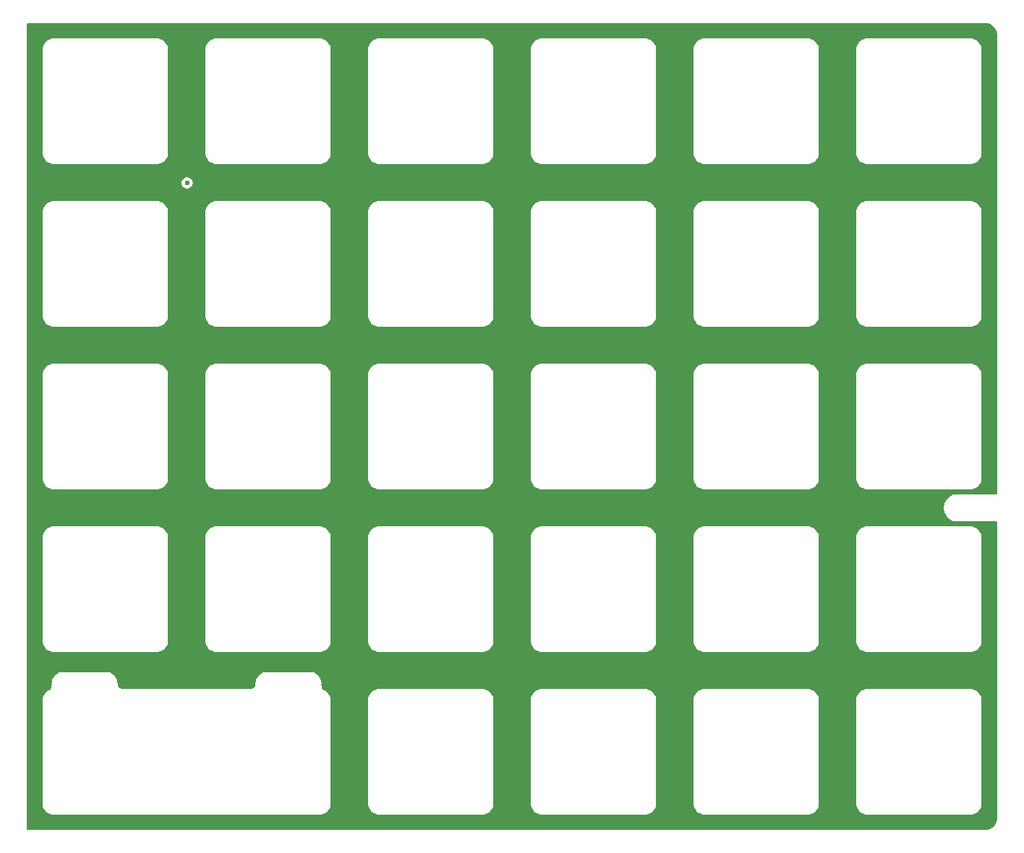
<source format=gbl>
G04 #@! TF.GenerationSoftware,KiCad,Pcbnew,6.0.4-6f826c9f35~116~ubuntu22.04.1*
G04 #@! TF.CreationDate,2022-03-31T08:40:12+02:00*
G04 #@! TF.ProjectId,lumberjack-split,6c756d62-6572-46a6-9163-6b2d73706c69,rev?*
G04 #@! TF.SameCoordinates,Original*
G04 #@! TF.FileFunction,Copper,L2,Bot*
G04 #@! TF.FilePolarity,Positive*
%FSLAX46Y46*%
G04 Gerber Fmt 4.6, Leading zero omitted, Abs format (unit mm)*
G04 Created by KiCad (PCBNEW 6.0.4-6f826c9f35~116~ubuntu22.04.1) date 2022-03-31 08:40:12*
%MOMM*%
%LPD*%
G01*
G04 APERTURE LIST*
G04 #@! TA.AperFunction,ViaPad*
%ADD10C,0.600000*%
G04 #@! TD*
G04 APERTURE END LIST*
D10*
X121500000Y-69100000D03*
G04 #@! TA.AperFunction,NonConductor*
G36*
X214890202Y-50358343D02*
G01*
X214898200Y-50359610D01*
X214898202Y-50359610D01*
X214907994Y-50361161D01*
X214917790Y-50359609D01*
X214927704Y-50359609D01*
X214927704Y-50359946D01*
X214941287Y-50359412D01*
X215072123Y-50369709D01*
X215122661Y-50373686D01*
X215142187Y-50376779D01*
X215341930Y-50424733D01*
X215360724Y-50430839D01*
X215550508Y-50509451D01*
X215568119Y-50518425D01*
X215743262Y-50625754D01*
X215759258Y-50637375D01*
X215915456Y-50770782D01*
X215929431Y-50784757D01*
X216062845Y-50940968D01*
X216074458Y-50956953D01*
X216181784Y-51132097D01*
X216190760Y-51149714D01*
X216269365Y-51339489D01*
X216275475Y-51358294D01*
X216323424Y-51558029D01*
X216326517Y-51577558D01*
X216340796Y-51759034D01*
X216340267Y-51772514D01*
X216340615Y-51772514D01*
X216340615Y-51782430D01*
X216339063Y-51792225D01*
X216340614Y-51802018D01*
X216340614Y-51802020D01*
X216341881Y-51810019D01*
X216343432Y-51829728D01*
X216343432Y-105430126D01*
X216323430Y-105498247D01*
X216269774Y-105544740D01*
X216217442Y-105556126D01*
X211731489Y-105556496D01*
X211711771Y-105554945D01*
X211709661Y-105554611D01*
X211709659Y-105554611D01*
X211694000Y-105552131D01*
X211694000Y-105552012D01*
X211599313Y-105559108D01*
X211459494Y-105569585D01*
X211459489Y-105569586D01*
X211454789Y-105569938D01*
X211450190Y-105570988D01*
X211450188Y-105570988D01*
X211225521Y-105622267D01*
X211220921Y-105623317D01*
X210997622Y-105710956D01*
X210899033Y-105767877D01*
X210793958Y-105828541D01*
X210793954Y-105828544D01*
X210789878Y-105830897D01*
X210786201Y-105833829D01*
X210786197Y-105833832D01*
X210729961Y-105878679D01*
X210602331Y-105980461D01*
X210599128Y-105983914D01*
X210599127Y-105983914D01*
X210512035Y-106077777D01*
X210439170Y-106156306D01*
X210436514Y-106160202D01*
X210436509Y-106160208D01*
X210358393Y-106274784D01*
X210304040Y-106354506D01*
X210199959Y-106570632D01*
X210129252Y-106799857D01*
X210128551Y-106804507D01*
X210128550Y-106804512D01*
X210113294Y-106905730D01*
X210093500Y-107037059D01*
X210093500Y-107276941D01*
X210094203Y-107281602D01*
X210127305Y-107501224D01*
X210129252Y-107514143D01*
X210199959Y-107743368D01*
X210304040Y-107959494D01*
X210306695Y-107963388D01*
X210306696Y-107963390D01*
X210436509Y-108153792D01*
X210436514Y-108153798D01*
X210439170Y-108157694D01*
X210442380Y-108161154D01*
X210442382Y-108161156D01*
X210467566Y-108188298D01*
X210602331Y-108333539D01*
X210606009Y-108336472D01*
X210606011Y-108336474D01*
X210786197Y-108480168D01*
X210786201Y-108480171D01*
X210789878Y-108483103D01*
X210793954Y-108485456D01*
X210793958Y-108485459D01*
X210899033Y-108546123D01*
X210997622Y-108603044D01*
X211220921Y-108690683D01*
X211225520Y-108691733D01*
X211225521Y-108691733D01*
X211450188Y-108743012D01*
X211450190Y-108743012D01*
X211454789Y-108744062D01*
X211459489Y-108744414D01*
X211459494Y-108744415D01*
X211581988Y-108753594D01*
X211694000Y-108761988D01*
X211694000Y-108761869D01*
X211711840Y-108759043D01*
X211731519Y-108757493D01*
X214519432Y-108756987D01*
X216217409Y-108756679D01*
X216285534Y-108776669D01*
X216332036Y-108830316D01*
X216343432Y-108882679D01*
X216343432Y-143432930D01*
X216341880Y-143452641D01*
X216339063Y-143470426D01*
X216340614Y-143480223D01*
X216340614Y-143490135D01*
X216340278Y-143490135D01*
X216340811Y-143503720D01*
X216326534Y-143685088D01*
X216323441Y-143704616D01*
X216275485Y-143904351D01*
X216269375Y-143923155D01*
X216190766Y-144112926D01*
X216181790Y-144130542D01*
X216074458Y-144305687D01*
X216062836Y-144321683D01*
X215929430Y-144477877D01*
X215915455Y-144491852D01*
X215759246Y-144625265D01*
X215743264Y-144636875D01*
X215568117Y-144744204D01*
X215550500Y-144753180D01*
X215360728Y-144831784D01*
X215341924Y-144837894D01*
X215142184Y-144885847D01*
X215122659Y-144888939D01*
X214993929Y-144899069D01*
X214941120Y-144903225D01*
X214927705Y-144902698D01*
X214927705Y-144903054D01*
X214917786Y-144903054D01*
X214907994Y-144901503D01*
X214898202Y-144903054D01*
X214898201Y-144903054D01*
X214890202Y-144904321D01*
X214870491Y-144905872D01*
X102870336Y-144905872D01*
X102802215Y-144885870D01*
X102755722Y-144832214D01*
X102744336Y-144779872D01*
X102744336Y-141731000D01*
X104551131Y-141731000D01*
X104551515Y-141733422D01*
X104552371Y-141744302D01*
X104552371Y-141744303D01*
X104562698Y-141875527D01*
X104568002Y-141942918D01*
X104617627Y-142149618D01*
X104619517Y-142154181D01*
X104619519Y-142154187D01*
X104697080Y-142341436D01*
X104698975Y-142346010D01*
X104810044Y-142527259D01*
X104948099Y-142688901D01*
X105109741Y-142826956D01*
X105290990Y-142938025D01*
X105295560Y-142939918D01*
X105295564Y-142939920D01*
X105482813Y-143017481D01*
X105482819Y-143017483D01*
X105487382Y-143019373D01*
X105492182Y-143020525D01*
X105492187Y-143020527D01*
X105689274Y-143067844D01*
X105689278Y-143067845D01*
X105694082Y-143068998D01*
X105761588Y-143074310D01*
X105842578Y-143080684D01*
X105844758Y-143081003D01*
X105844906Y-143081055D01*
X105846399Y-143081184D01*
X105847337Y-143081266D01*
X105847347Y-143081266D01*
X105850044Y-143081500D01*
X105852225Y-143081500D01*
X105855362Y-143081691D01*
X105885856Y-143084090D01*
X105903578Y-143085485D01*
X105906000Y-143085869D01*
X105923791Y-143083051D01*
X105943503Y-143081500D01*
X136918497Y-143081500D01*
X136938209Y-143083051D01*
X136956000Y-143085869D01*
X136958422Y-143085485D01*
X136969302Y-143084629D01*
X136969303Y-143084629D01*
X137131408Y-143071871D01*
X137167918Y-143068998D01*
X137172722Y-143067845D01*
X137172726Y-143067844D01*
X137369813Y-143020527D01*
X137369818Y-143020525D01*
X137374618Y-143019373D01*
X137379181Y-143017483D01*
X137379187Y-143017481D01*
X137566436Y-142939920D01*
X137566440Y-142939918D01*
X137571010Y-142938025D01*
X137752259Y-142826956D01*
X137913901Y-142688901D01*
X138051956Y-142527259D01*
X138163025Y-142346010D01*
X138164920Y-142341436D01*
X138242481Y-142154187D01*
X138242483Y-142154181D01*
X138244373Y-142149618D01*
X138293998Y-141942918D01*
X138305684Y-141794422D01*
X138306003Y-141792242D01*
X138306055Y-141792094D01*
X138306500Y-141786956D01*
X138306500Y-141784775D01*
X138306691Y-141781638D01*
X138309590Y-141744793D01*
X138310485Y-141733422D01*
X138310869Y-141731000D01*
X142663631Y-141731000D01*
X142664015Y-141733422D01*
X142664871Y-141744302D01*
X142664871Y-141744303D01*
X142675198Y-141875527D01*
X142680502Y-141942918D01*
X142730127Y-142149618D01*
X142732017Y-142154181D01*
X142732019Y-142154187D01*
X142809580Y-142341436D01*
X142811475Y-142346010D01*
X142922544Y-142527259D01*
X143060599Y-142688901D01*
X143222241Y-142826956D01*
X143403490Y-142938025D01*
X143408060Y-142939918D01*
X143408064Y-142939920D01*
X143595313Y-143017481D01*
X143595319Y-143017483D01*
X143599882Y-143019373D01*
X143604682Y-143020525D01*
X143604687Y-143020527D01*
X143801774Y-143067844D01*
X143801778Y-143067845D01*
X143806582Y-143068998D01*
X143874088Y-143074310D01*
X143955078Y-143080684D01*
X143957258Y-143081003D01*
X143957406Y-143081055D01*
X143958899Y-143081184D01*
X143959837Y-143081266D01*
X143959847Y-143081266D01*
X143962544Y-143081500D01*
X143964725Y-143081500D01*
X143967862Y-143081691D01*
X143998356Y-143084090D01*
X144016078Y-143085485D01*
X144018500Y-143085869D01*
X144036291Y-143083051D01*
X144056003Y-143081500D01*
X155980997Y-143081500D01*
X156000709Y-143083051D01*
X156018500Y-143085869D01*
X156020922Y-143085485D01*
X156031802Y-143084629D01*
X156031803Y-143084629D01*
X156193908Y-143071871D01*
X156230418Y-143068998D01*
X156235222Y-143067845D01*
X156235226Y-143067844D01*
X156432313Y-143020527D01*
X156432318Y-143020525D01*
X156437118Y-143019373D01*
X156441681Y-143017483D01*
X156441687Y-143017481D01*
X156628936Y-142939920D01*
X156628940Y-142939918D01*
X156633510Y-142938025D01*
X156814759Y-142826956D01*
X156976401Y-142688901D01*
X157114456Y-142527259D01*
X157225525Y-142346010D01*
X157227420Y-142341436D01*
X157304981Y-142154187D01*
X157304983Y-142154181D01*
X157306873Y-142149618D01*
X157356498Y-141942918D01*
X157368184Y-141794422D01*
X157368503Y-141792242D01*
X157368555Y-141792094D01*
X157369000Y-141786956D01*
X157369000Y-141784775D01*
X157369191Y-141781638D01*
X157372090Y-141744793D01*
X157372985Y-141733422D01*
X157373369Y-141731000D01*
X161713631Y-141731000D01*
X161714015Y-141733422D01*
X161714871Y-141744302D01*
X161714871Y-141744303D01*
X161725198Y-141875527D01*
X161730502Y-141942918D01*
X161780127Y-142149618D01*
X161782017Y-142154181D01*
X161782019Y-142154187D01*
X161859580Y-142341436D01*
X161861475Y-142346010D01*
X161972544Y-142527259D01*
X162110599Y-142688901D01*
X162272241Y-142826956D01*
X162453490Y-142938025D01*
X162458060Y-142939918D01*
X162458064Y-142939920D01*
X162645313Y-143017481D01*
X162645319Y-143017483D01*
X162649882Y-143019373D01*
X162654682Y-143020525D01*
X162654687Y-143020527D01*
X162851774Y-143067844D01*
X162851778Y-143067845D01*
X162856582Y-143068998D01*
X162924088Y-143074310D01*
X163005078Y-143080684D01*
X163007258Y-143081003D01*
X163007406Y-143081055D01*
X163008899Y-143081184D01*
X163009837Y-143081266D01*
X163009847Y-143081266D01*
X163012544Y-143081500D01*
X163014725Y-143081500D01*
X163017862Y-143081691D01*
X163048356Y-143084090D01*
X163066078Y-143085485D01*
X163068500Y-143085869D01*
X163086291Y-143083051D01*
X163106003Y-143081500D01*
X175030997Y-143081500D01*
X175050709Y-143083051D01*
X175068500Y-143085869D01*
X175070922Y-143085485D01*
X175081802Y-143084629D01*
X175081803Y-143084629D01*
X175243908Y-143071871D01*
X175280418Y-143068998D01*
X175285222Y-143067845D01*
X175285226Y-143067844D01*
X175482313Y-143020527D01*
X175482318Y-143020525D01*
X175487118Y-143019373D01*
X175491681Y-143017483D01*
X175491687Y-143017481D01*
X175678936Y-142939920D01*
X175678940Y-142939918D01*
X175683510Y-142938025D01*
X175864759Y-142826956D01*
X176026401Y-142688901D01*
X176164456Y-142527259D01*
X176275525Y-142346010D01*
X176277420Y-142341436D01*
X176354981Y-142154187D01*
X176354983Y-142154181D01*
X176356873Y-142149618D01*
X176406498Y-141942918D01*
X176418184Y-141794422D01*
X176418503Y-141792242D01*
X176418555Y-141792094D01*
X176419000Y-141786956D01*
X176419000Y-141784775D01*
X176419191Y-141781638D01*
X176422090Y-141744793D01*
X176422985Y-141733422D01*
X176423369Y-141731000D01*
X180763631Y-141731000D01*
X180764015Y-141733422D01*
X180764871Y-141744302D01*
X180764871Y-141744303D01*
X180775198Y-141875527D01*
X180780502Y-141942918D01*
X180830127Y-142149618D01*
X180832017Y-142154181D01*
X180832019Y-142154187D01*
X180909580Y-142341436D01*
X180911475Y-142346010D01*
X181022544Y-142527259D01*
X181160599Y-142688901D01*
X181322241Y-142826956D01*
X181503490Y-142938025D01*
X181508060Y-142939918D01*
X181508064Y-142939920D01*
X181695313Y-143017481D01*
X181695319Y-143017483D01*
X181699882Y-143019373D01*
X181704682Y-143020525D01*
X181704687Y-143020527D01*
X181901774Y-143067844D01*
X181901778Y-143067845D01*
X181906582Y-143068998D01*
X181974088Y-143074310D01*
X182055078Y-143080684D01*
X182057258Y-143081003D01*
X182057406Y-143081055D01*
X182058899Y-143081184D01*
X182059837Y-143081266D01*
X182059847Y-143081266D01*
X182062544Y-143081500D01*
X182064725Y-143081500D01*
X182067862Y-143081691D01*
X182098356Y-143084090D01*
X182116078Y-143085485D01*
X182118500Y-143085869D01*
X182136291Y-143083051D01*
X182156003Y-143081500D01*
X194080997Y-143081500D01*
X194100709Y-143083051D01*
X194118500Y-143085869D01*
X194120922Y-143085485D01*
X194131802Y-143084629D01*
X194131803Y-143084629D01*
X194293908Y-143071871D01*
X194330418Y-143068998D01*
X194335222Y-143067845D01*
X194335226Y-143067844D01*
X194532313Y-143020527D01*
X194532318Y-143020525D01*
X194537118Y-143019373D01*
X194541681Y-143017483D01*
X194541687Y-143017481D01*
X194728936Y-142939920D01*
X194728940Y-142939918D01*
X194733510Y-142938025D01*
X194914759Y-142826956D01*
X195076401Y-142688901D01*
X195214456Y-142527259D01*
X195325525Y-142346010D01*
X195327420Y-142341436D01*
X195404981Y-142154187D01*
X195404983Y-142154181D01*
X195406873Y-142149618D01*
X195456498Y-141942918D01*
X195468184Y-141794422D01*
X195468503Y-141792242D01*
X195468555Y-141792094D01*
X195469000Y-141786956D01*
X195469000Y-141784775D01*
X195469191Y-141781638D01*
X195472090Y-141744793D01*
X195472985Y-141733422D01*
X195473369Y-141731000D01*
X199813631Y-141731000D01*
X199814015Y-141733422D01*
X199814871Y-141744302D01*
X199814871Y-141744303D01*
X199825198Y-141875527D01*
X199830502Y-141942918D01*
X199880127Y-142149618D01*
X199882017Y-142154181D01*
X199882019Y-142154187D01*
X199959580Y-142341436D01*
X199961475Y-142346010D01*
X200072544Y-142527259D01*
X200210599Y-142688901D01*
X200372241Y-142826956D01*
X200553490Y-142938025D01*
X200558060Y-142939918D01*
X200558064Y-142939920D01*
X200745313Y-143017481D01*
X200745319Y-143017483D01*
X200749882Y-143019373D01*
X200754682Y-143020525D01*
X200754687Y-143020527D01*
X200951774Y-143067844D01*
X200951778Y-143067845D01*
X200956582Y-143068998D01*
X201024088Y-143074310D01*
X201105078Y-143080684D01*
X201107258Y-143081003D01*
X201107406Y-143081055D01*
X201108899Y-143081184D01*
X201109837Y-143081266D01*
X201109847Y-143081266D01*
X201112544Y-143081500D01*
X201114725Y-143081500D01*
X201117862Y-143081691D01*
X201148356Y-143084090D01*
X201166078Y-143085485D01*
X201168500Y-143085869D01*
X201186291Y-143083051D01*
X201206003Y-143081500D01*
X213130997Y-143081500D01*
X213150709Y-143083051D01*
X213168500Y-143085869D01*
X213170922Y-143085485D01*
X213181802Y-143084629D01*
X213181803Y-143084629D01*
X213343908Y-143071871D01*
X213380418Y-143068998D01*
X213385222Y-143067845D01*
X213385226Y-143067844D01*
X213582313Y-143020527D01*
X213582318Y-143020525D01*
X213587118Y-143019373D01*
X213591681Y-143017483D01*
X213591687Y-143017481D01*
X213778936Y-142939920D01*
X213778940Y-142939918D01*
X213783510Y-142938025D01*
X213964759Y-142826956D01*
X214126401Y-142688901D01*
X214264456Y-142527259D01*
X214375525Y-142346010D01*
X214377420Y-142341436D01*
X214454981Y-142154187D01*
X214454983Y-142154181D01*
X214456873Y-142149618D01*
X214506498Y-141942918D01*
X214518184Y-141794422D01*
X214518503Y-141792242D01*
X214518555Y-141792094D01*
X214519000Y-141786956D01*
X214519000Y-141784775D01*
X214519191Y-141781638D01*
X214522090Y-141744793D01*
X214522985Y-141733422D01*
X214523369Y-141731000D01*
X214520551Y-141713208D01*
X214519000Y-141693497D01*
X214519000Y-129768503D01*
X214520551Y-129748792D01*
X214521817Y-129740796D01*
X214523369Y-129731000D01*
X214522985Y-129728578D01*
X214521896Y-129714732D01*
X214506886Y-129524013D01*
X214506498Y-129519082D01*
X214462012Y-129333786D01*
X214458027Y-129317187D01*
X214458025Y-129317182D01*
X214456873Y-129312382D01*
X214454983Y-129307819D01*
X214454981Y-129307813D01*
X214377420Y-129120564D01*
X214377418Y-129120560D01*
X214375525Y-129115990D01*
X214264456Y-128934741D01*
X214126401Y-128773099D01*
X213964759Y-128635044D01*
X213783510Y-128523975D01*
X213778940Y-128522082D01*
X213778936Y-128522080D01*
X213591687Y-128444519D01*
X213591681Y-128444517D01*
X213587118Y-128442627D01*
X213582318Y-128441475D01*
X213582313Y-128441473D01*
X213385226Y-128394156D01*
X213385222Y-128394155D01*
X213380418Y-128393002D01*
X213312912Y-128387690D01*
X213231922Y-128381316D01*
X213229742Y-128380997D01*
X213229594Y-128380945D01*
X213228101Y-128380816D01*
X213227163Y-128380734D01*
X213227153Y-128380734D01*
X213224456Y-128380500D01*
X213222275Y-128380500D01*
X213219138Y-128380309D01*
X213188644Y-128377910D01*
X213170922Y-128376515D01*
X213168500Y-128376131D01*
X213151640Y-128378801D01*
X213150708Y-128378949D01*
X213130997Y-128380500D01*
X201206003Y-128380500D01*
X201186292Y-128378949D01*
X201185360Y-128378801D01*
X201168500Y-128376131D01*
X201166078Y-128376515D01*
X201155198Y-128377371D01*
X201155197Y-128377371D01*
X200993092Y-128390129D01*
X200956582Y-128393002D01*
X200951778Y-128394155D01*
X200951774Y-128394156D01*
X200754687Y-128441473D01*
X200754682Y-128441475D01*
X200749882Y-128442627D01*
X200745319Y-128444517D01*
X200745313Y-128444519D01*
X200558064Y-128522080D01*
X200558060Y-128522082D01*
X200553490Y-128523975D01*
X200372241Y-128635044D01*
X200210599Y-128773099D01*
X200072544Y-128934741D01*
X199961475Y-129115990D01*
X199959582Y-129120560D01*
X199959580Y-129120564D01*
X199882019Y-129307813D01*
X199882017Y-129307819D01*
X199880127Y-129312382D01*
X199878975Y-129317182D01*
X199878973Y-129317187D01*
X199874988Y-129333786D01*
X199830502Y-129519082D01*
X199830114Y-129524013D01*
X199818816Y-129667578D01*
X199818497Y-129669758D01*
X199818445Y-129669906D01*
X199818000Y-129675044D01*
X199818000Y-129677225D01*
X199817809Y-129680362D01*
X199815410Y-129710856D01*
X199814015Y-129728578D01*
X199813631Y-129731000D01*
X199815183Y-129740796D01*
X199816449Y-129748792D01*
X199818000Y-129768503D01*
X199818000Y-141693497D01*
X199816449Y-141713208D01*
X199813631Y-141731000D01*
X195473369Y-141731000D01*
X195470551Y-141713208D01*
X195469000Y-141693497D01*
X195469000Y-129768503D01*
X195470551Y-129748792D01*
X195471817Y-129740796D01*
X195473369Y-129731000D01*
X195472985Y-129728578D01*
X195471896Y-129714732D01*
X195456886Y-129524013D01*
X195456498Y-129519082D01*
X195412012Y-129333786D01*
X195408027Y-129317187D01*
X195408025Y-129317182D01*
X195406873Y-129312382D01*
X195404983Y-129307819D01*
X195404981Y-129307813D01*
X195327420Y-129120564D01*
X195327418Y-129120560D01*
X195325525Y-129115990D01*
X195214456Y-128934741D01*
X195076401Y-128773099D01*
X194914759Y-128635044D01*
X194733510Y-128523975D01*
X194728940Y-128522082D01*
X194728936Y-128522080D01*
X194541687Y-128444519D01*
X194541681Y-128444517D01*
X194537118Y-128442627D01*
X194532318Y-128441475D01*
X194532313Y-128441473D01*
X194335226Y-128394156D01*
X194335222Y-128394155D01*
X194330418Y-128393002D01*
X194262912Y-128387690D01*
X194181922Y-128381316D01*
X194179742Y-128380997D01*
X194179594Y-128380945D01*
X194178101Y-128380816D01*
X194177163Y-128380734D01*
X194177153Y-128380734D01*
X194174456Y-128380500D01*
X194172275Y-128380500D01*
X194169138Y-128380309D01*
X194138644Y-128377910D01*
X194120922Y-128376515D01*
X194118500Y-128376131D01*
X194101640Y-128378801D01*
X194100708Y-128378949D01*
X194080997Y-128380500D01*
X182156003Y-128380500D01*
X182136292Y-128378949D01*
X182135360Y-128378801D01*
X182118500Y-128376131D01*
X182116078Y-128376515D01*
X182105198Y-128377371D01*
X182105197Y-128377371D01*
X181943092Y-128390129D01*
X181906582Y-128393002D01*
X181901778Y-128394155D01*
X181901774Y-128394156D01*
X181704687Y-128441473D01*
X181704682Y-128441475D01*
X181699882Y-128442627D01*
X181695319Y-128444517D01*
X181695313Y-128444519D01*
X181508064Y-128522080D01*
X181508060Y-128522082D01*
X181503490Y-128523975D01*
X181322241Y-128635044D01*
X181160599Y-128773099D01*
X181022544Y-128934741D01*
X180911475Y-129115990D01*
X180909582Y-129120560D01*
X180909580Y-129120564D01*
X180832019Y-129307813D01*
X180832017Y-129307819D01*
X180830127Y-129312382D01*
X180828975Y-129317182D01*
X180828973Y-129317187D01*
X180824988Y-129333786D01*
X180780502Y-129519082D01*
X180780114Y-129524013D01*
X180768816Y-129667578D01*
X180768497Y-129669758D01*
X180768445Y-129669906D01*
X180768000Y-129675044D01*
X180768000Y-129677225D01*
X180767809Y-129680362D01*
X180765410Y-129710856D01*
X180764015Y-129728578D01*
X180763631Y-129731000D01*
X180765183Y-129740796D01*
X180766449Y-129748792D01*
X180768000Y-129768503D01*
X180768000Y-141693497D01*
X180766449Y-141713208D01*
X180763631Y-141731000D01*
X176423369Y-141731000D01*
X176420551Y-141713208D01*
X176419000Y-141693497D01*
X176419000Y-129768503D01*
X176420551Y-129748792D01*
X176421817Y-129740796D01*
X176423369Y-129731000D01*
X176422985Y-129728578D01*
X176421896Y-129714732D01*
X176406886Y-129524013D01*
X176406498Y-129519082D01*
X176362012Y-129333786D01*
X176358027Y-129317187D01*
X176358025Y-129317182D01*
X176356873Y-129312382D01*
X176354983Y-129307819D01*
X176354981Y-129307813D01*
X176277420Y-129120564D01*
X176277418Y-129120560D01*
X176275525Y-129115990D01*
X176164456Y-128934741D01*
X176026401Y-128773099D01*
X175864759Y-128635044D01*
X175683510Y-128523975D01*
X175678940Y-128522082D01*
X175678936Y-128522080D01*
X175491687Y-128444519D01*
X175491681Y-128444517D01*
X175487118Y-128442627D01*
X175482318Y-128441475D01*
X175482313Y-128441473D01*
X175285226Y-128394156D01*
X175285222Y-128394155D01*
X175280418Y-128393002D01*
X175212912Y-128387690D01*
X175131922Y-128381316D01*
X175129742Y-128380997D01*
X175129594Y-128380945D01*
X175128101Y-128380816D01*
X175127163Y-128380734D01*
X175127153Y-128380734D01*
X175124456Y-128380500D01*
X175122275Y-128380500D01*
X175119138Y-128380309D01*
X175088644Y-128377910D01*
X175070922Y-128376515D01*
X175068500Y-128376131D01*
X175051640Y-128378801D01*
X175050708Y-128378949D01*
X175030997Y-128380500D01*
X163106003Y-128380500D01*
X163086292Y-128378949D01*
X163085360Y-128378801D01*
X163068500Y-128376131D01*
X163066078Y-128376515D01*
X163055198Y-128377371D01*
X163055197Y-128377371D01*
X162893092Y-128390129D01*
X162856582Y-128393002D01*
X162851778Y-128394155D01*
X162851774Y-128394156D01*
X162654687Y-128441473D01*
X162654682Y-128441475D01*
X162649882Y-128442627D01*
X162645319Y-128444517D01*
X162645313Y-128444519D01*
X162458064Y-128522080D01*
X162458060Y-128522082D01*
X162453490Y-128523975D01*
X162272241Y-128635044D01*
X162110599Y-128773099D01*
X161972544Y-128934741D01*
X161861475Y-129115990D01*
X161859582Y-129120560D01*
X161859580Y-129120564D01*
X161782019Y-129307813D01*
X161782017Y-129307819D01*
X161780127Y-129312382D01*
X161778975Y-129317182D01*
X161778973Y-129317187D01*
X161774988Y-129333786D01*
X161730502Y-129519082D01*
X161730114Y-129524013D01*
X161718816Y-129667578D01*
X161718497Y-129669758D01*
X161718445Y-129669906D01*
X161718000Y-129675044D01*
X161718000Y-129677225D01*
X161717809Y-129680362D01*
X161715410Y-129710856D01*
X161714015Y-129728578D01*
X161713631Y-129731000D01*
X161715183Y-129740796D01*
X161716449Y-129748792D01*
X161718000Y-129768503D01*
X161718000Y-141693497D01*
X161716449Y-141713208D01*
X161713631Y-141731000D01*
X157373369Y-141731000D01*
X157370551Y-141713208D01*
X157369000Y-141693497D01*
X157369000Y-129768503D01*
X157370551Y-129748792D01*
X157371817Y-129740796D01*
X157373369Y-129731000D01*
X157372985Y-129728578D01*
X157371896Y-129714732D01*
X157356886Y-129524013D01*
X157356498Y-129519082D01*
X157312012Y-129333786D01*
X157308027Y-129317187D01*
X157308025Y-129317182D01*
X157306873Y-129312382D01*
X157304983Y-129307819D01*
X157304981Y-129307813D01*
X157227420Y-129120564D01*
X157227418Y-129120560D01*
X157225525Y-129115990D01*
X157114456Y-128934741D01*
X156976401Y-128773099D01*
X156814759Y-128635044D01*
X156633510Y-128523975D01*
X156628940Y-128522082D01*
X156628936Y-128522080D01*
X156441687Y-128444519D01*
X156441681Y-128444517D01*
X156437118Y-128442627D01*
X156432318Y-128441475D01*
X156432313Y-128441473D01*
X156235226Y-128394156D01*
X156235222Y-128394155D01*
X156230418Y-128393002D01*
X156162912Y-128387690D01*
X156081922Y-128381316D01*
X156079742Y-128380997D01*
X156079594Y-128380945D01*
X156078101Y-128380816D01*
X156077163Y-128380734D01*
X156077153Y-128380734D01*
X156074456Y-128380500D01*
X156072275Y-128380500D01*
X156069138Y-128380309D01*
X156038644Y-128377910D01*
X156020922Y-128376515D01*
X156018500Y-128376131D01*
X156001640Y-128378801D01*
X156000708Y-128378949D01*
X155980997Y-128380500D01*
X144056003Y-128380500D01*
X144036292Y-128378949D01*
X144035360Y-128378801D01*
X144018500Y-128376131D01*
X144016078Y-128376515D01*
X144005198Y-128377371D01*
X144005197Y-128377371D01*
X143843092Y-128390129D01*
X143806582Y-128393002D01*
X143801778Y-128394155D01*
X143801774Y-128394156D01*
X143604687Y-128441473D01*
X143604682Y-128441475D01*
X143599882Y-128442627D01*
X143595319Y-128444517D01*
X143595313Y-128444519D01*
X143408064Y-128522080D01*
X143408060Y-128522082D01*
X143403490Y-128523975D01*
X143222241Y-128635044D01*
X143060599Y-128773099D01*
X142922544Y-128934741D01*
X142811475Y-129115990D01*
X142809582Y-129120560D01*
X142809580Y-129120564D01*
X142732019Y-129307813D01*
X142732017Y-129307819D01*
X142730127Y-129312382D01*
X142728975Y-129317182D01*
X142728973Y-129317187D01*
X142724988Y-129333786D01*
X142680502Y-129519082D01*
X142680114Y-129524013D01*
X142668816Y-129667578D01*
X142668497Y-129669758D01*
X142668445Y-129669906D01*
X142668000Y-129675044D01*
X142668000Y-129677225D01*
X142667809Y-129680362D01*
X142665410Y-129710856D01*
X142664015Y-129728578D01*
X142663631Y-129731000D01*
X142665183Y-129740796D01*
X142666449Y-129748792D01*
X142668000Y-129768503D01*
X142668000Y-141693497D01*
X142666449Y-141713208D01*
X142663631Y-141731000D01*
X138310869Y-141731000D01*
X138308051Y-141713208D01*
X138306500Y-141693497D01*
X138306500Y-129768503D01*
X138308051Y-129748792D01*
X138309317Y-129740798D01*
X138309317Y-129740796D01*
X138310869Y-129731000D01*
X138310484Y-129728572D01*
X138294082Y-129519621D01*
X138292933Y-129514822D01*
X138292932Y-129514816D01*
X138245861Y-129318231D01*
X138245861Y-129318230D01*
X138244709Y-129313420D01*
X138207445Y-129223200D01*
X138165651Y-129122012D01*
X138165649Y-129122009D01*
X138163766Y-129117449D01*
X138151754Y-129097784D01*
X138055811Y-128940724D01*
X138053236Y-128936508D01*
X137960013Y-128826956D01*
X137919023Y-128778786D01*
X137919018Y-128778781D01*
X137915827Y-128775031D01*
X137815433Y-128688901D01*
X137758652Y-128640187D01*
X137758648Y-128640184D01*
X137754904Y-128636972D01*
X137576522Y-128527017D01*
X137574518Y-128525552D01*
X137574507Y-128525548D01*
X137574498Y-128525542D01*
X137567577Y-128523272D01*
X137563575Y-128521137D01*
X137562297Y-128520895D01*
X137559482Y-128519526D01*
X137545140Y-128511348D01*
X137465461Y-128458714D01*
X137444250Y-128441085D01*
X137364772Y-128358742D01*
X137347909Y-128336924D01*
X137288254Y-128239264D01*
X137276540Y-128214298D01*
X137239558Y-128105991D01*
X137233556Y-128079072D01*
X137223077Y-127983939D01*
X137222319Y-127970150D01*
X137222319Y-127961328D01*
X137223869Y-127951535D01*
X137221053Y-127933762D01*
X137219501Y-127914044D01*
X137219501Y-127768503D01*
X137221052Y-127748792D01*
X137221490Y-127746028D01*
X137223870Y-127731000D01*
X137223484Y-127728566D01*
X137206998Y-127519082D01*
X137157374Y-127312382D01*
X137155482Y-127307813D01*
X137120433Y-127223200D01*
X137076025Y-127115990D01*
X136964956Y-126934742D01*
X136826901Y-126773100D01*
X136665259Y-126635045D01*
X136484011Y-126523975D01*
X136479441Y-126522082D01*
X136479439Y-126522081D01*
X136292192Y-126444521D01*
X136292190Y-126444520D01*
X136287619Y-126442627D01*
X136216022Y-126425438D01*
X136085732Y-126394158D01*
X136085726Y-126394157D01*
X136080919Y-126393003D01*
X135932419Y-126381316D01*
X135930239Y-126380996D01*
X135930094Y-126380945D01*
X135929598Y-126380902D01*
X135929591Y-126380901D01*
X135927661Y-126380734D01*
X135927655Y-126380734D01*
X135924956Y-126380500D01*
X135922773Y-126380500D01*
X135919632Y-126380309D01*
X135897018Y-126378529D01*
X135871423Y-126376515D01*
X135869001Y-126376131D01*
X135852141Y-126378801D01*
X135851209Y-126378949D01*
X135831498Y-126380500D01*
X130906503Y-126380500D01*
X130886792Y-126378949D01*
X130885860Y-126378801D01*
X130869000Y-126376131D01*
X130866578Y-126376515D01*
X130855698Y-126377371D01*
X130855697Y-126377371D01*
X130693592Y-126390129D01*
X130657082Y-126393002D01*
X130652278Y-126394155D01*
X130652274Y-126394156D01*
X130455187Y-126441473D01*
X130455182Y-126441475D01*
X130450382Y-126442627D01*
X130445819Y-126444517D01*
X130445813Y-126444519D01*
X130258564Y-126522080D01*
X130258560Y-126522082D01*
X130253990Y-126523975D01*
X130072741Y-126635044D01*
X129911099Y-126773099D01*
X129773044Y-126934741D01*
X129661975Y-127115990D01*
X129660084Y-127120556D01*
X129660080Y-127120564D01*
X129582519Y-127307813D01*
X129582517Y-127307819D01*
X129580627Y-127312382D01*
X129531002Y-127519082D01*
X129514515Y-127728578D01*
X129514131Y-127731000D01*
X129515684Y-127740799D01*
X129515683Y-127748932D01*
X129514891Y-127763032D01*
X129503805Y-127861421D01*
X129497526Y-127888928D01*
X129458868Y-127999407D01*
X129446631Y-128024820D01*
X129384349Y-128123943D01*
X129366759Y-128145998D01*
X129283998Y-128228759D01*
X129261943Y-128246349D01*
X129162820Y-128308631D01*
X129137407Y-128320868D01*
X129026928Y-128359526D01*
X128999421Y-128365805D01*
X128916611Y-128375136D01*
X128901040Y-128376890D01*
X128886933Y-128377682D01*
X128878792Y-128377682D01*
X128869000Y-128376131D01*
X128859208Y-128377682D01*
X128859207Y-128377682D01*
X128851208Y-128378949D01*
X128831497Y-128380500D01*
X114030503Y-128380500D01*
X114010792Y-128378949D01*
X114002793Y-128377682D01*
X114002792Y-128377682D01*
X113993000Y-128376131D01*
X113983208Y-128377682D01*
X113975067Y-128377682D01*
X113960960Y-128376890D01*
X113945389Y-128375136D01*
X113862579Y-128365805D01*
X113835072Y-128359526D01*
X113724593Y-128320868D01*
X113699180Y-128308631D01*
X113600057Y-128246349D01*
X113578002Y-128228759D01*
X113495241Y-128145998D01*
X113477651Y-128123943D01*
X113415369Y-128024820D01*
X113403132Y-127999407D01*
X113364474Y-127888928D01*
X113358195Y-127861421D01*
X113347110Y-127763040D01*
X113346318Y-127748940D01*
X113346317Y-127740798D01*
X113347869Y-127731000D01*
X113347485Y-127728578D01*
X113346629Y-127717691D01*
X113331386Y-127524013D01*
X113330998Y-127519082D01*
X113281373Y-127312382D01*
X113279483Y-127307819D01*
X113279481Y-127307813D01*
X113201920Y-127120564D01*
X113201916Y-127120556D01*
X113200025Y-127115990D01*
X113088956Y-126934741D01*
X112950901Y-126773099D01*
X112789259Y-126635044D01*
X112608010Y-126523975D01*
X112603440Y-126522082D01*
X112603436Y-126522080D01*
X112416187Y-126444519D01*
X112416181Y-126444517D01*
X112411618Y-126442627D01*
X112406818Y-126441475D01*
X112406813Y-126441473D01*
X112209726Y-126394156D01*
X112209722Y-126394155D01*
X112204918Y-126393002D01*
X112137412Y-126387690D01*
X112056422Y-126381316D01*
X112054242Y-126380997D01*
X112054094Y-126380945D01*
X112052601Y-126380816D01*
X112051663Y-126380734D01*
X112051653Y-126380734D01*
X112048956Y-126380500D01*
X112046775Y-126380500D01*
X112043638Y-126380309D01*
X112013144Y-126377910D01*
X111995422Y-126376515D01*
X111993000Y-126376131D01*
X111976140Y-126378801D01*
X111975208Y-126378949D01*
X111955497Y-126380500D01*
X107030502Y-126380500D01*
X107010791Y-126378949D01*
X107009859Y-126378801D01*
X106992999Y-126376131D01*
X106990589Y-126376513D01*
X106781081Y-126393002D01*
X106776274Y-126394156D01*
X106776268Y-126394157D01*
X106645978Y-126425437D01*
X106574381Y-126442626D01*
X106569810Y-126444519D01*
X106569808Y-126444520D01*
X106382563Y-126522079D01*
X106382559Y-126522081D01*
X106377989Y-126523974D01*
X106196740Y-126635044D01*
X106035098Y-126773099D01*
X105897043Y-126934741D01*
X105785974Y-127115990D01*
X105784083Y-127120556D01*
X105784079Y-127120564D01*
X105706518Y-127307813D01*
X105706516Y-127307819D01*
X105704626Y-127312382D01*
X105655001Y-127519082D01*
X105654613Y-127524013D01*
X105643315Y-127667578D01*
X105642996Y-127669758D01*
X105642944Y-127669906D01*
X105642499Y-127675044D01*
X105642499Y-127677225D01*
X105642308Y-127680362D01*
X105639909Y-127710856D01*
X105638514Y-127728578D01*
X105638130Y-127731000D01*
X105640683Y-127747118D01*
X105640948Y-127748792D01*
X105642499Y-127768503D01*
X105642499Y-127914068D01*
X105640949Y-127933772D01*
X105638131Y-127951570D01*
X105639683Y-127961363D01*
X105639683Y-127970244D01*
X105638926Y-127984037D01*
X105628465Y-128079072D01*
X105628462Y-128079095D01*
X105622460Y-128106020D01*
X105585488Y-128214307D01*
X105573772Y-128239279D01*
X105543948Y-128288102D01*
X105514121Y-128336928D01*
X105497260Y-128358741D01*
X105417779Y-128441078D01*
X105396568Y-128458703D01*
X105316512Y-128511574D01*
X105306262Y-128517668D01*
X105297849Y-128522144D01*
X105287524Y-128525531D01*
X105287515Y-128525538D01*
X105287502Y-128525542D01*
X105285534Y-128526980D01*
X105275341Y-128533263D01*
X105111302Y-128634378D01*
X105111299Y-128634380D01*
X105107096Y-128636971D01*
X105103352Y-128640183D01*
X105103348Y-128640186D01*
X105103347Y-128640187D01*
X104946173Y-128775030D01*
X104942982Y-128778780D01*
X104942977Y-128778785D01*
X104901986Y-128826956D01*
X104808763Y-128936508D01*
X104806188Y-128940724D01*
X104710246Y-129097784D01*
X104698233Y-129117449D01*
X104696350Y-129122009D01*
X104696348Y-129122012D01*
X104654554Y-129223200D01*
X104617290Y-129313420D01*
X104616138Y-129318230D01*
X104616138Y-129318231D01*
X104612414Y-129333785D01*
X104567917Y-129519621D01*
X104567531Y-129524542D01*
X104567531Y-129524544D01*
X104556297Y-129667648D01*
X104555983Y-129669798D01*
X104555945Y-129669906D01*
X104555500Y-129675044D01*
X104555500Y-129677145D01*
X104555324Y-129680044D01*
X104551514Y-129728584D01*
X104551131Y-129731000D01*
X104552683Y-129740796D01*
X104553949Y-129748792D01*
X104555500Y-129768503D01*
X104555500Y-141693497D01*
X104553949Y-141713208D01*
X104551131Y-141731000D01*
X102744336Y-141731000D01*
X102744336Y-122681000D01*
X104563631Y-122681000D01*
X104564015Y-122683422D01*
X104564871Y-122694302D01*
X104564871Y-122694303D01*
X104575198Y-122825527D01*
X104580502Y-122892918D01*
X104630127Y-123099618D01*
X104632017Y-123104181D01*
X104632019Y-123104187D01*
X104709580Y-123291436D01*
X104711475Y-123296010D01*
X104822544Y-123477259D01*
X104960599Y-123638901D01*
X105122241Y-123776956D01*
X105303490Y-123888025D01*
X105308060Y-123889918D01*
X105308064Y-123889920D01*
X105495313Y-123967481D01*
X105495319Y-123967483D01*
X105499882Y-123969373D01*
X105504682Y-123970525D01*
X105504687Y-123970527D01*
X105701774Y-124017844D01*
X105701778Y-124017845D01*
X105706582Y-124018998D01*
X105774088Y-124024310D01*
X105855078Y-124030684D01*
X105857258Y-124031003D01*
X105857406Y-124031055D01*
X105858899Y-124031184D01*
X105859837Y-124031266D01*
X105859847Y-124031266D01*
X105862544Y-124031500D01*
X105864725Y-124031500D01*
X105867862Y-124031691D01*
X105898356Y-124034090D01*
X105916078Y-124035485D01*
X105918500Y-124035869D01*
X105936291Y-124033051D01*
X105956003Y-124031500D01*
X117880997Y-124031500D01*
X117900709Y-124033051D01*
X117918500Y-124035869D01*
X117920922Y-124035485D01*
X117931802Y-124034629D01*
X117931803Y-124034629D01*
X118093908Y-124021871D01*
X118130418Y-124018998D01*
X118135222Y-124017845D01*
X118135226Y-124017844D01*
X118332313Y-123970527D01*
X118332318Y-123970525D01*
X118337118Y-123969373D01*
X118341681Y-123967483D01*
X118341687Y-123967481D01*
X118528936Y-123889920D01*
X118528940Y-123889918D01*
X118533510Y-123888025D01*
X118714759Y-123776956D01*
X118876401Y-123638901D01*
X119014456Y-123477259D01*
X119125525Y-123296010D01*
X119127420Y-123291436D01*
X119204981Y-123104187D01*
X119204983Y-123104181D01*
X119206873Y-123099618D01*
X119256498Y-122892918D01*
X119268184Y-122744422D01*
X119268503Y-122742242D01*
X119268555Y-122742094D01*
X119269000Y-122736956D01*
X119269000Y-122734775D01*
X119269191Y-122731638D01*
X119272090Y-122694793D01*
X119272985Y-122683422D01*
X119273369Y-122681000D01*
X123613631Y-122681000D01*
X123614015Y-122683422D01*
X123614871Y-122694302D01*
X123614871Y-122694303D01*
X123625198Y-122825527D01*
X123630502Y-122892918D01*
X123680127Y-123099618D01*
X123682017Y-123104181D01*
X123682019Y-123104187D01*
X123759580Y-123291436D01*
X123761475Y-123296010D01*
X123872544Y-123477259D01*
X124010599Y-123638901D01*
X124172241Y-123776956D01*
X124353490Y-123888025D01*
X124358060Y-123889918D01*
X124358064Y-123889920D01*
X124545313Y-123967481D01*
X124545319Y-123967483D01*
X124549882Y-123969373D01*
X124554682Y-123970525D01*
X124554687Y-123970527D01*
X124751774Y-124017844D01*
X124751778Y-124017845D01*
X124756582Y-124018998D01*
X124824088Y-124024310D01*
X124905078Y-124030684D01*
X124907258Y-124031003D01*
X124907406Y-124031055D01*
X124908899Y-124031184D01*
X124909837Y-124031266D01*
X124909847Y-124031266D01*
X124912544Y-124031500D01*
X124914725Y-124031500D01*
X124917862Y-124031691D01*
X124948356Y-124034090D01*
X124966078Y-124035485D01*
X124968500Y-124035869D01*
X124986291Y-124033051D01*
X125006003Y-124031500D01*
X136930997Y-124031500D01*
X136950709Y-124033051D01*
X136968500Y-124035869D01*
X136970922Y-124035485D01*
X136981802Y-124034629D01*
X136981803Y-124034629D01*
X137143908Y-124021871D01*
X137180418Y-124018998D01*
X137185222Y-124017845D01*
X137185226Y-124017844D01*
X137382313Y-123970527D01*
X137382318Y-123970525D01*
X137387118Y-123969373D01*
X137391681Y-123967483D01*
X137391687Y-123967481D01*
X137578936Y-123889920D01*
X137578940Y-123889918D01*
X137583510Y-123888025D01*
X137764759Y-123776956D01*
X137926401Y-123638901D01*
X138064456Y-123477259D01*
X138175525Y-123296010D01*
X138177420Y-123291436D01*
X138254981Y-123104187D01*
X138254983Y-123104181D01*
X138256873Y-123099618D01*
X138306498Y-122892918D01*
X138318184Y-122744422D01*
X138318503Y-122742242D01*
X138318555Y-122742094D01*
X138319000Y-122736956D01*
X138319000Y-122734775D01*
X138319191Y-122731638D01*
X138322090Y-122694793D01*
X138322985Y-122683422D01*
X138323369Y-122681000D01*
X142663631Y-122681000D01*
X142664015Y-122683422D01*
X142664871Y-122694302D01*
X142664871Y-122694303D01*
X142675198Y-122825527D01*
X142680502Y-122892918D01*
X142730127Y-123099618D01*
X142732017Y-123104181D01*
X142732019Y-123104187D01*
X142809580Y-123291436D01*
X142811475Y-123296010D01*
X142922544Y-123477259D01*
X143060599Y-123638901D01*
X143222241Y-123776956D01*
X143403490Y-123888025D01*
X143408060Y-123889918D01*
X143408064Y-123889920D01*
X143595313Y-123967481D01*
X143595319Y-123967483D01*
X143599882Y-123969373D01*
X143604682Y-123970525D01*
X143604687Y-123970527D01*
X143801774Y-124017844D01*
X143801778Y-124017845D01*
X143806582Y-124018998D01*
X143874088Y-124024310D01*
X143955078Y-124030684D01*
X143957258Y-124031003D01*
X143957406Y-124031055D01*
X143958899Y-124031184D01*
X143959837Y-124031266D01*
X143959847Y-124031266D01*
X143962544Y-124031500D01*
X143964725Y-124031500D01*
X143967862Y-124031691D01*
X143998356Y-124034090D01*
X144016078Y-124035485D01*
X144018500Y-124035869D01*
X144036291Y-124033051D01*
X144056003Y-124031500D01*
X155980997Y-124031500D01*
X156000709Y-124033051D01*
X156018500Y-124035869D01*
X156020922Y-124035485D01*
X156031802Y-124034629D01*
X156031803Y-124034629D01*
X156193908Y-124021871D01*
X156230418Y-124018998D01*
X156235222Y-124017845D01*
X156235226Y-124017844D01*
X156432313Y-123970527D01*
X156432318Y-123970525D01*
X156437118Y-123969373D01*
X156441681Y-123967483D01*
X156441687Y-123967481D01*
X156628936Y-123889920D01*
X156628940Y-123889918D01*
X156633510Y-123888025D01*
X156814759Y-123776956D01*
X156976401Y-123638901D01*
X157114456Y-123477259D01*
X157225525Y-123296010D01*
X157227420Y-123291436D01*
X157304981Y-123104187D01*
X157304983Y-123104181D01*
X157306873Y-123099618D01*
X157356498Y-122892918D01*
X157368184Y-122744422D01*
X157368503Y-122742242D01*
X157368555Y-122742094D01*
X157369000Y-122736956D01*
X157369000Y-122734775D01*
X157369191Y-122731638D01*
X157372090Y-122694793D01*
X157372985Y-122683422D01*
X157373369Y-122681000D01*
X161713631Y-122681000D01*
X161714015Y-122683422D01*
X161714871Y-122694302D01*
X161714871Y-122694303D01*
X161725198Y-122825527D01*
X161730502Y-122892918D01*
X161780127Y-123099618D01*
X161782017Y-123104181D01*
X161782019Y-123104187D01*
X161859580Y-123291436D01*
X161861475Y-123296010D01*
X161972544Y-123477259D01*
X162110599Y-123638901D01*
X162272241Y-123776956D01*
X162453490Y-123888025D01*
X162458060Y-123889918D01*
X162458064Y-123889920D01*
X162645313Y-123967481D01*
X162645319Y-123967483D01*
X162649882Y-123969373D01*
X162654682Y-123970525D01*
X162654687Y-123970527D01*
X162851774Y-124017844D01*
X162851778Y-124017845D01*
X162856582Y-124018998D01*
X162924088Y-124024310D01*
X163005078Y-124030684D01*
X163007258Y-124031003D01*
X163007406Y-124031055D01*
X163008899Y-124031184D01*
X163009837Y-124031266D01*
X163009847Y-124031266D01*
X163012544Y-124031500D01*
X163014725Y-124031500D01*
X163017862Y-124031691D01*
X163048356Y-124034090D01*
X163066078Y-124035485D01*
X163068500Y-124035869D01*
X163086291Y-124033051D01*
X163106003Y-124031500D01*
X175030997Y-124031500D01*
X175050709Y-124033051D01*
X175068500Y-124035869D01*
X175070922Y-124035485D01*
X175081802Y-124034629D01*
X175081803Y-124034629D01*
X175243908Y-124021871D01*
X175280418Y-124018998D01*
X175285222Y-124017845D01*
X175285226Y-124017844D01*
X175482313Y-123970527D01*
X175482318Y-123970525D01*
X175487118Y-123969373D01*
X175491681Y-123967483D01*
X175491687Y-123967481D01*
X175678936Y-123889920D01*
X175678940Y-123889918D01*
X175683510Y-123888025D01*
X175864759Y-123776956D01*
X176026401Y-123638901D01*
X176164456Y-123477259D01*
X176275525Y-123296010D01*
X176277420Y-123291436D01*
X176354981Y-123104187D01*
X176354983Y-123104181D01*
X176356873Y-123099618D01*
X176406498Y-122892918D01*
X176418184Y-122744422D01*
X176418503Y-122742242D01*
X176418555Y-122742094D01*
X176419000Y-122736956D01*
X176419000Y-122734775D01*
X176419191Y-122731638D01*
X176422090Y-122694793D01*
X176422985Y-122683422D01*
X176423369Y-122681000D01*
X180763631Y-122681000D01*
X180764015Y-122683422D01*
X180764871Y-122694302D01*
X180764871Y-122694303D01*
X180775198Y-122825527D01*
X180780502Y-122892918D01*
X180830127Y-123099618D01*
X180832017Y-123104181D01*
X180832019Y-123104187D01*
X180909580Y-123291436D01*
X180911475Y-123296010D01*
X181022544Y-123477259D01*
X181160599Y-123638901D01*
X181322241Y-123776956D01*
X181503490Y-123888025D01*
X181508060Y-123889918D01*
X181508064Y-123889920D01*
X181695313Y-123967481D01*
X181695319Y-123967483D01*
X181699882Y-123969373D01*
X181704682Y-123970525D01*
X181704687Y-123970527D01*
X181901774Y-124017844D01*
X181901778Y-124017845D01*
X181906582Y-124018998D01*
X181974088Y-124024310D01*
X182055078Y-124030684D01*
X182057258Y-124031003D01*
X182057406Y-124031055D01*
X182058899Y-124031184D01*
X182059837Y-124031266D01*
X182059847Y-124031266D01*
X182062544Y-124031500D01*
X182064725Y-124031500D01*
X182067862Y-124031691D01*
X182098356Y-124034090D01*
X182116078Y-124035485D01*
X182118500Y-124035869D01*
X182136291Y-124033051D01*
X182156003Y-124031500D01*
X194080997Y-124031500D01*
X194100709Y-124033051D01*
X194118500Y-124035869D01*
X194120922Y-124035485D01*
X194131802Y-124034629D01*
X194131803Y-124034629D01*
X194293908Y-124021871D01*
X194330418Y-124018998D01*
X194335222Y-124017845D01*
X194335226Y-124017844D01*
X194532313Y-123970527D01*
X194532318Y-123970525D01*
X194537118Y-123969373D01*
X194541681Y-123967483D01*
X194541687Y-123967481D01*
X194728936Y-123889920D01*
X194728940Y-123889918D01*
X194733510Y-123888025D01*
X194914759Y-123776956D01*
X195076401Y-123638901D01*
X195214456Y-123477259D01*
X195325525Y-123296010D01*
X195327420Y-123291436D01*
X195404981Y-123104187D01*
X195404983Y-123104181D01*
X195406873Y-123099618D01*
X195456498Y-122892918D01*
X195468184Y-122744422D01*
X195468503Y-122742242D01*
X195468555Y-122742094D01*
X195469000Y-122736956D01*
X195469000Y-122734775D01*
X195469191Y-122731638D01*
X195472090Y-122694793D01*
X195472985Y-122683422D01*
X195473369Y-122681000D01*
X199813631Y-122681000D01*
X199814015Y-122683422D01*
X199814871Y-122694302D01*
X199814871Y-122694303D01*
X199825198Y-122825527D01*
X199830502Y-122892918D01*
X199880127Y-123099618D01*
X199882017Y-123104181D01*
X199882019Y-123104187D01*
X199959580Y-123291436D01*
X199961475Y-123296010D01*
X200072544Y-123477259D01*
X200210599Y-123638901D01*
X200372241Y-123776956D01*
X200553490Y-123888025D01*
X200558060Y-123889918D01*
X200558064Y-123889920D01*
X200745313Y-123967481D01*
X200745319Y-123967483D01*
X200749882Y-123969373D01*
X200754682Y-123970525D01*
X200754687Y-123970527D01*
X200951774Y-124017844D01*
X200951778Y-124017845D01*
X200956582Y-124018998D01*
X201024088Y-124024310D01*
X201105078Y-124030684D01*
X201107258Y-124031003D01*
X201107406Y-124031055D01*
X201108899Y-124031184D01*
X201109837Y-124031266D01*
X201109847Y-124031266D01*
X201112544Y-124031500D01*
X201114725Y-124031500D01*
X201117862Y-124031691D01*
X201148356Y-124034090D01*
X201166078Y-124035485D01*
X201168500Y-124035869D01*
X201186291Y-124033051D01*
X201206003Y-124031500D01*
X213130997Y-124031500D01*
X213150709Y-124033051D01*
X213168500Y-124035869D01*
X213170922Y-124035485D01*
X213181802Y-124034629D01*
X213181803Y-124034629D01*
X213343908Y-124021871D01*
X213380418Y-124018998D01*
X213385222Y-124017845D01*
X213385226Y-124017844D01*
X213582313Y-123970527D01*
X213582318Y-123970525D01*
X213587118Y-123969373D01*
X213591681Y-123967483D01*
X213591687Y-123967481D01*
X213778936Y-123889920D01*
X213778940Y-123889918D01*
X213783510Y-123888025D01*
X213964759Y-123776956D01*
X214126401Y-123638901D01*
X214264456Y-123477259D01*
X214375525Y-123296010D01*
X214377420Y-123291436D01*
X214454981Y-123104187D01*
X214454983Y-123104181D01*
X214456873Y-123099618D01*
X214506498Y-122892918D01*
X214518184Y-122744422D01*
X214518503Y-122742242D01*
X214518555Y-122742094D01*
X214519000Y-122736956D01*
X214519000Y-122734775D01*
X214519191Y-122731638D01*
X214522090Y-122694793D01*
X214522985Y-122683422D01*
X214523369Y-122681000D01*
X214520551Y-122663208D01*
X214519000Y-122643497D01*
X214519000Y-110718503D01*
X214520551Y-110698792D01*
X214521817Y-110690796D01*
X214523369Y-110681000D01*
X214522985Y-110678578D01*
X214519191Y-110630362D01*
X214506886Y-110474013D01*
X214506498Y-110469082D01*
X214456873Y-110262382D01*
X214454983Y-110257819D01*
X214454981Y-110257813D01*
X214377420Y-110070564D01*
X214377418Y-110070560D01*
X214375525Y-110065990D01*
X214264456Y-109884741D01*
X214126401Y-109723099D01*
X213964759Y-109585044D01*
X213783510Y-109473975D01*
X213778940Y-109472082D01*
X213778936Y-109472080D01*
X213591687Y-109394519D01*
X213591681Y-109394517D01*
X213587118Y-109392627D01*
X213582318Y-109391475D01*
X213582313Y-109391473D01*
X213385226Y-109344156D01*
X213385222Y-109344155D01*
X213380418Y-109343002D01*
X213312911Y-109337690D01*
X213231922Y-109331316D01*
X213229742Y-109330997D01*
X213229594Y-109330945D01*
X213228101Y-109330816D01*
X213227163Y-109330734D01*
X213227153Y-109330734D01*
X213224456Y-109330500D01*
X213222275Y-109330500D01*
X213219138Y-109330309D01*
X213188644Y-109327910D01*
X213170922Y-109326515D01*
X213168500Y-109326131D01*
X213151640Y-109328801D01*
X213150708Y-109328949D01*
X213130997Y-109330500D01*
X201206003Y-109330500D01*
X201186292Y-109328949D01*
X201185360Y-109328801D01*
X201168500Y-109326131D01*
X201166078Y-109326515D01*
X201155198Y-109327371D01*
X201155197Y-109327371D01*
X200993092Y-109340129D01*
X200956582Y-109343002D01*
X200951778Y-109344155D01*
X200951774Y-109344156D01*
X200754687Y-109391473D01*
X200754682Y-109391475D01*
X200749882Y-109392627D01*
X200745319Y-109394517D01*
X200745313Y-109394519D01*
X200558064Y-109472080D01*
X200558060Y-109472082D01*
X200553490Y-109473975D01*
X200372241Y-109585044D01*
X200210599Y-109723099D01*
X200072544Y-109884741D01*
X199961475Y-110065990D01*
X199959582Y-110070560D01*
X199959580Y-110070564D01*
X199882019Y-110257813D01*
X199882017Y-110257819D01*
X199880127Y-110262382D01*
X199830502Y-110469082D01*
X199830114Y-110474013D01*
X199818816Y-110617578D01*
X199818497Y-110619758D01*
X199818445Y-110619906D01*
X199818000Y-110625044D01*
X199818000Y-110627225D01*
X199817809Y-110630362D01*
X199815410Y-110660856D01*
X199814015Y-110678578D01*
X199813631Y-110681000D01*
X199815183Y-110690796D01*
X199816449Y-110698792D01*
X199818000Y-110718503D01*
X199818000Y-122643497D01*
X199816449Y-122663208D01*
X199813631Y-122681000D01*
X195473369Y-122681000D01*
X195470551Y-122663208D01*
X195469000Y-122643497D01*
X195469000Y-110718503D01*
X195470551Y-110698792D01*
X195471817Y-110690796D01*
X195473369Y-110681000D01*
X195472985Y-110678578D01*
X195469191Y-110630362D01*
X195456886Y-110474013D01*
X195456498Y-110469082D01*
X195406873Y-110262382D01*
X195404983Y-110257819D01*
X195404981Y-110257813D01*
X195327420Y-110070564D01*
X195327418Y-110070560D01*
X195325525Y-110065990D01*
X195214456Y-109884741D01*
X195076401Y-109723099D01*
X194914759Y-109585044D01*
X194733510Y-109473975D01*
X194728940Y-109472082D01*
X194728936Y-109472080D01*
X194541687Y-109394519D01*
X194541681Y-109394517D01*
X194537118Y-109392627D01*
X194532318Y-109391475D01*
X194532313Y-109391473D01*
X194335226Y-109344156D01*
X194335222Y-109344155D01*
X194330418Y-109343002D01*
X194262911Y-109337690D01*
X194181922Y-109331316D01*
X194179742Y-109330997D01*
X194179594Y-109330945D01*
X194178101Y-109330816D01*
X194177163Y-109330734D01*
X194177153Y-109330734D01*
X194174456Y-109330500D01*
X194172275Y-109330500D01*
X194169138Y-109330309D01*
X194138644Y-109327910D01*
X194120922Y-109326515D01*
X194118500Y-109326131D01*
X194101640Y-109328801D01*
X194100708Y-109328949D01*
X194080997Y-109330500D01*
X182156003Y-109330500D01*
X182136292Y-109328949D01*
X182135360Y-109328801D01*
X182118500Y-109326131D01*
X182116078Y-109326515D01*
X182105198Y-109327371D01*
X182105197Y-109327371D01*
X181943092Y-109340129D01*
X181906582Y-109343002D01*
X181901778Y-109344155D01*
X181901774Y-109344156D01*
X181704687Y-109391473D01*
X181704682Y-109391475D01*
X181699882Y-109392627D01*
X181695319Y-109394517D01*
X181695313Y-109394519D01*
X181508064Y-109472080D01*
X181508060Y-109472082D01*
X181503490Y-109473975D01*
X181322241Y-109585044D01*
X181160599Y-109723099D01*
X181022544Y-109884741D01*
X180911475Y-110065990D01*
X180909582Y-110070560D01*
X180909580Y-110070564D01*
X180832019Y-110257813D01*
X180832017Y-110257819D01*
X180830127Y-110262382D01*
X180780502Y-110469082D01*
X180780114Y-110474013D01*
X180768816Y-110617578D01*
X180768497Y-110619758D01*
X180768445Y-110619906D01*
X180768000Y-110625044D01*
X180768000Y-110627225D01*
X180767809Y-110630362D01*
X180765410Y-110660856D01*
X180764015Y-110678578D01*
X180763631Y-110681000D01*
X180765183Y-110690796D01*
X180766449Y-110698792D01*
X180768000Y-110718503D01*
X180768000Y-122643497D01*
X180766449Y-122663208D01*
X180763631Y-122681000D01*
X176423369Y-122681000D01*
X176420551Y-122663208D01*
X176419000Y-122643497D01*
X176419000Y-110718503D01*
X176420551Y-110698792D01*
X176421817Y-110690796D01*
X176423369Y-110681000D01*
X176422985Y-110678578D01*
X176419191Y-110630362D01*
X176406886Y-110474013D01*
X176406498Y-110469082D01*
X176356873Y-110262382D01*
X176354983Y-110257819D01*
X176354981Y-110257813D01*
X176277420Y-110070564D01*
X176277418Y-110070560D01*
X176275525Y-110065990D01*
X176164456Y-109884741D01*
X176026401Y-109723099D01*
X175864759Y-109585044D01*
X175683510Y-109473975D01*
X175678940Y-109472082D01*
X175678936Y-109472080D01*
X175491687Y-109394519D01*
X175491681Y-109394517D01*
X175487118Y-109392627D01*
X175482318Y-109391475D01*
X175482313Y-109391473D01*
X175285226Y-109344156D01*
X175285222Y-109344155D01*
X175280418Y-109343002D01*
X175212911Y-109337690D01*
X175131922Y-109331316D01*
X175129742Y-109330997D01*
X175129594Y-109330945D01*
X175128101Y-109330816D01*
X175127163Y-109330734D01*
X175127153Y-109330734D01*
X175124456Y-109330500D01*
X175122275Y-109330500D01*
X175119138Y-109330309D01*
X175088644Y-109327910D01*
X175070922Y-109326515D01*
X175068500Y-109326131D01*
X175051640Y-109328801D01*
X175050708Y-109328949D01*
X175030997Y-109330500D01*
X163106003Y-109330500D01*
X163086292Y-109328949D01*
X163085360Y-109328801D01*
X163068500Y-109326131D01*
X163066078Y-109326515D01*
X163055198Y-109327371D01*
X163055197Y-109327371D01*
X162893092Y-109340129D01*
X162856582Y-109343002D01*
X162851778Y-109344155D01*
X162851774Y-109344156D01*
X162654687Y-109391473D01*
X162654682Y-109391475D01*
X162649882Y-109392627D01*
X162645319Y-109394517D01*
X162645313Y-109394519D01*
X162458064Y-109472080D01*
X162458060Y-109472082D01*
X162453490Y-109473975D01*
X162272241Y-109585044D01*
X162110599Y-109723099D01*
X161972544Y-109884741D01*
X161861475Y-110065990D01*
X161859582Y-110070560D01*
X161859580Y-110070564D01*
X161782019Y-110257813D01*
X161782017Y-110257819D01*
X161780127Y-110262382D01*
X161730502Y-110469082D01*
X161730114Y-110474013D01*
X161718816Y-110617578D01*
X161718497Y-110619758D01*
X161718445Y-110619906D01*
X161718000Y-110625044D01*
X161718000Y-110627225D01*
X161717809Y-110630362D01*
X161715410Y-110660856D01*
X161714015Y-110678578D01*
X161713631Y-110681000D01*
X161715183Y-110690796D01*
X161716449Y-110698792D01*
X161718000Y-110718503D01*
X161718000Y-122643497D01*
X161716449Y-122663208D01*
X161713631Y-122681000D01*
X157373369Y-122681000D01*
X157370551Y-122663208D01*
X157369000Y-122643497D01*
X157369000Y-110718503D01*
X157370551Y-110698792D01*
X157371817Y-110690796D01*
X157373369Y-110681000D01*
X157372985Y-110678578D01*
X157369191Y-110630362D01*
X157356886Y-110474013D01*
X157356498Y-110469082D01*
X157306873Y-110262382D01*
X157304983Y-110257819D01*
X157304981Y-110257813D01*
X157227420Y-110070564D01*
X157227418Y-110070560D01*
X157225525Y-110065990D01*
X157114456Y-109884741D01*
X156976401Y-109723099D01*
X156814759Y-109585044D01*
X156633510Y-109473975D01*
X156628940Y-109472082D01*
X156628936Y-109472080D01*
X156441687Y-109394519D01*
X156441681Y-109394517D01*
X156437118Y-109392627D01*
X156432318Y-109391475D01*
X156432313Y-109391473D01*
X156235226Y-109344156D01*
X156235222Y-109344155D01*
X156230418Y-109343002D01*
X156162911Y-109337690D01*
X156081922Y-109331316D01*
X156079742Y-109330997D01*
X156079594Y-109330945D01*
X156078101Y-109330816D01*
X156077163Y-109330734D01*
X156077153Y-109330734D01*
X156074456Y-109330500D01*
X156072275Y-109330500D01*
X156069138Y-109330309D01*
X156038644Y-109327910D01*
X156020922Y-109326515D01*
X156018500Y-109326131D01*
X156001640Y-109328801D01*
X156000708Y-109328949D01*
X155980997Y-109330500D01*
X144056003Y-109330500D01*
X144036292Y-109328949D01*
X144035360Y-109328801D01*
X144018500Y-109326131D01*
X144016078Y-109326515D01*
X144005198Y-109327371D01*
X144005197Y-109327371D01*
X143843092Y-109340129D01*
X143806582Y-109343002D01*
X143801778Y-109344155D01*
X143801774Y-109344156D01*
X143604687Y-109391473D01*
X143604682Y-109391475D01*
X143599882Y-109392627D01*
X143595319Y-109394517D01*
X143595313Y-109394519D01*
X143408064Y-109472080D01*
X143408060Y-109472082D01*
X143403490Y-109473975D01*
X143222241Y-109585044D01*
X143060599Y-109723099D01*
X142922544Y-109884741D01*
X142811475Y-110065990D01*
X142809582Y-110070560D01*
X142809580Y-110070564D01*
X142732019Y-110257813D01*
X142732017Y-110257819D01*
X142730127Y-110262382D01*
X142680502Y-110469082D01*
X142680114Y-110474013D01*
X142668816Y-110617578D01*
X142668497Y-110619758D01*
X142668445Y-110619906D01*
X142668000Y-110625044D01*
X142668000Y-110627225D01*
X142667809Y-110630362D01*
X142665410Y-110660856D01*
X142664015Y-110678578D01*
X142663631Y-110681000D01*
X142665183Y-110690796D01*
X142666449Y-110698792D01*
X142668000Y-110718503D01*
X142668000Y-122643497D01*
X142666449Y-122663208D01*
X142663631Y-122681000D01*
X138323369Y-122681000D01*
X138320551Y-122663208D01*
X138319000Y-122643497D01*
X138319000Y-110718503D01*
X138320551Y-110698792D01*
X138321817Y-110690796D01*
X138323369Y-110681000D01*
X138322985Y-110678578D01*
X138319191Y-110630362D01*
X138306886Y-110474013D01*
X138306498Y-110469082D01*
X138256873Y-110262382D01*
X138254983Y-110257819D01*
X138254981Y-110257813D01*
X138177420Y-110070564D01*
X138177418Y-110070560D01*
X138175525Y-110065990D01*
X138064456Y-109884741D01*
X137926401Y-109723099D01*
X137764759Y-109585044D01*
X137583510Y-109473975D01*
X137578940Y-109472082D01*
X137578936Y-109472080D01*
X137391687Y-109394519D01*
X137391681Y-109394517D01*
X137387118Y-109392627D01*
X137382318Y-109391475D01*
X137382313Y-109391473D01*
X137185226Y-109344156D01*
X137185222Y-109344155D01*
X137180418Y-109343002D01*
X137112911Y-109337690D01*
X137031922Y-109331316D01*
X137029742Y-109330997D01*
X137029594Y-109330945D01*
X137028101Y-109330816D01*
X137027163Y-109330734D01*
X137027153Y-109330734D01*
X137024456Y-109330500D01*
X137022275Y-109330500D01*
X137019138Y-109330309D01*
X136988644Y-109327910D01*
X136970922Y-109326515D01*
X136968500Y-109326131D01*
X136951640Y-109328801D01*
X136950708Y-109328949D01*
X136930997Y-109330500D01*
X125006003Y-109330500D01*
X124986292Y-109328949D01*
X124985360Y-109328801D01*
X124968500Y-109326131D01*
X124966078Y-109326515D01*
X124955198Y-109327371D01*
X124955197Y-109327371D01*
X124793092Y-109340129D01*
X124756582Y-109343002D01*
X124751778Y-109344155D01*
X124751774Y-109344156D01*
X124554687Y-109391473D01*
X124554682Y-109391475D01*
X124549882Y-109392627D01*
X124545319Y-109394517D01*
X124545313Y-109394519D01*
X124358064Y-109472080D01*
X124358060Y-109472082D01*
X124353490Y-109473975D01*
X124172241Y-109585044D01*
X124010599Y-109723099D01*
X123872544Y-109884741D01*
X123761475Y-110065990D01*
X123759582Y-110070560D01*
X123759580Y-110070564D01*
X123682019Y-110257813D01*
X123682017Y-110257819D01*
X123680127Y-110262382D01*
X123630502Y-110469082D01*
X123630114Y-110474013D01*
X123618816Y-110617578D01*
X123618497Y-110619758D01*
X123618445Y-110619906D01*
X123618000Y-110625044D01*
X123618000Y-110627225D01*
X123617809Y-110630362D01*
X123615410Y-110660856D01*
X123614015Y-110678578D01*
X123613631Y-110681000D01*
X123615183Y-110690796D01*
X123616449Y-110698792D01*
X123618000Y-110718503D01*
X123618000Y-122643497D01*
X123616449Y-122663208D01*
X123613631Y-122681000D01*
X119273369Y-122681000D01*
X119270551Y-122663208D01*
X119269000Y-122643497D01*
X119269000Y-110718503D01*
X119270551Y-110698792D01*
X119271817Y-110690796D01*
X119273369Y-110681000D01*
X119272985Y-110678578D01*
X119269191Y-110630362D01*
X119256886Y-110474013D01*
X119256498Y-110469082D01*
X119206873Y-110262382D01*
X119204983Y-110257819D01*
X119204981Y-110257813D01*
X119127420Y-110070564D01*
X119127418Y-110070560D01*
X119125525Y-110065990D01*
X119014456Y-109884741D01*
X118876401Y-109723099D01*
X118714759Y-109585044D01*
X118533510Y-109473975D01*
X118528940Y-109472082D01*
X118528936Y-109472080D01*
X118341687Y-109394519D01*
X118341681Y-109394517D01*
X118337118Y-109392627D01*
X118332318Y-109391475D01*
X118332313Y-109391473D01*
X118135226Y-109344156D01*
X118135222Y-109344155D01*
X118130418Y-109343002D01*
X118062911Y-109337690D01*
X117981922Y-109331316D01*
X117979742Y-109330997D01*
X117979594Y-109330945D01*
X117978101Y-109330816D01*
X117977163Y-109330734D01*
X117977153Y-109330734D01*
X117974456Y-109330500D01*
X117972275Y-109330500D01*
X117969138Y-109330309D01*
X117938644Y-109327910D01*
X117920922Y-109326515D01*
X117918500Y-109326131D01*
X117901640Y-109328801D01*
X117900708Y-109328949D01*
X117880997Y-109330500D01*
X105956003Y-109330500D01*
X105936292Y-109328949D01*
X105935360Y-109328801D01*
X105918500Y-109326131D01*
X105916078Y-109326515D01*
X105905198Y-109327371D01*
X105905197Y-109327371D01*
X105743092Y-109340129D01*
X105706582Y-109343002D01*
X105701778Y-109344155D01*
X105701774Y-109344156D01*
X105504687Y-109391473D01*
X105504682Y-109391475D01*
X105499882Y-109392627D01*
X105495319Y-109394517D01*
X105495313Y-109394519D01*
X105308064Y-109472080D01*
X105308060Y-109472082D01*
X105303490Y-109473975D01*
X105122241Y-109585044D01*
X104960599Y-109723099D01*
X104822544Y-109884741D01*
X104711475Y-110065990D01*
X104709582Y-110070560D01*
X104709580Y-110070564D01*
X104632019Y-110257813D01*
X104632017Y-110257819D01*
X104630127Y-110262382D01*
X104580502Y-110469082D01*
X104580114Y-110474013D01*
X104568816Y-110617578D01*
X104568497Y-110619758D01*
X104568445Y-110619906D01*
X104568000Y-110625044D01*
X104568000Y-110627225D01*
X104567809Y-110630362D01*
X104565410Y-110660856D01*
X104564015Y-110678578D01*
X104563631Y-110681000D01*
X104565183Y-110690796D01*
X104566449Y-110698792D01*
X104568000Y-110718503D01*
X104568000Y-122643497D01*
X104566449Y-122663208D01*
X104563631Y-122681000D01*
X102744336Y-122681000D01*
X102744336Y-103631000D01*
X104563631Y-103631000D01*
X104564015Y-103633422D01*
X104564871Y-103644302D01*
X104564871Y-103644303D01*
X104575198Y-103775527D01*
X104580502Y-103842918D01*
X104630127Y-104049618D01*
X104632017Y-104054181D01*
X104632019Y-104054187D01*
X104709580Y-104241436D01*
X104711475Y-104246010D01*
X104822544Y-104427259D01*
X104960599Y-104588901D01*
X105122241Y-104726956D01*
X105303490Y-104838025D01*
X105308060Y-104839918D01*
X105308064Y-104839920D01*
X105495313Y-104917481D01*
X105495319Y-104917483D01*
X105499882Y-104919373D01*
X105504682Y-104920525D01*
X105504687Y-104920527D01*
X105701774Y-104967844D01*
X105701778Y-104967845D01*
X105706582Y-104968998D01*
X105774088Y-104974310D01*
X105855078Y-104980684D01*
X105857258Y-104981003D01*
X105857406Y-104981055D01*
X105858899Y-104981184D01*
X105859837Y-104981266D01*
X105859847Y-104981266D01*
X105862544Y-104981500D01*
X105864725Y-104981500D01*
X105867862Y-104981691D01*
X105898356Y-104984090D01*
X105916078Y-104985485D01*
X105918500Y-104985869D01*
X105936291Y-104983051D01*
X105956003Y-104981500D01*
X117880997Y-104981500D01*
X117900709Y-104983051D01*
X117918500Y-104985869D01*
X117920922Y-104985485D01*
X117931802Y-104984629D01*
X117931803Y-104984629D01*
X118093908Y-104971871D01*
X118130418Y-104968998D01*
X118135222Y-104967845D01*
X118135226Y-104967844D01*
X118332313Y-104920527D01*
X118332318Y-104920525D01*
X118337118Y-104919373D01*
X118341681Y-104917483D01*
X118341687Y-104917481D01*
X118528936Y-104839920D01*
X118528940Y-104839918D01*
X118533510Y-104838025D01*
X118714759Y-104726956D01*
X118876401Y-104588901D01*
X119014456Y-104427259D01*
X119125525Y-104246010D01*
X119127420Y-104241436D01*
X119204981Y-104054187D01*
X119204983Y-104054181D01*
X119206873Y-104049618D01*
X119256498Y-103842918D01*
X119268184Y-103694422D01*
X119268503Y-103692242D01*
X119268555Y-103692094D01*
X119269000Y-103686956D01*
X119269000Y-103684775D01*
X119269191Y-103681638D01*
X119272090Y-103644793D01*
X119272985Y-103633422D01*
X119273369Y-103631000D01*
X123613631Y-103631000D01*
X123614015Y-103633422D01*
X123614871Y-103644302D01*
X123614871Y-103644303D01*
X123625198Y-103775527D01*
X123630502Y-103842918D01*
X123680127Y-104049618D01*
X123682017Y-104054181D01*
X123682019Y-104054187D01*
X123759580Y-104241436D01*
X123761475Y-104246010D01*
X123872544Y-104427259D01*
X124010599Y-104588901D01*
X124172241Y-104726956D01*
X124353490Y-104838025D01*
X124358060Y-104839918D01*
X124358064Y-104839920D01*
X124545313Y-104917481D01*
X124545319Y-104917483D01*
X124549882Y-104919373D01*
X124554682Y-104920525D01*
X124554687Y-104920527D01*
X124751774Y-104967844D01*
X124751778Y-104967845D01*
X124756582Y-104968998D01*
X124824088Y-104974310D01*
X124905078Y-104980684D01*
X124907258Y-104981003D01*
X124907406Y-104981055D01*
X124908899Y-104981184D01*
X124909837Y-104981266D01*
X124909847Y-104981266D01*
X124912544Y-104981500D01*
X124914725Y-104981500D01*
X124917862Y-104981691D01*
X124948356Y-104984090D01*
X124966078Y-104985485D01*
X124968500Y-104985869D01*
X124986291Y-104983051D01*
X125006003Y-104981500D01*
X136930997Y-104981500D01*
X136950709Y-104983051D01*
X136968500Y-104985869D01*
X136970922Y-104985485D01*
X136981802Y-104984629D01*
X136981803Y-104984629D01*
X137143908Y-104971871D01*
X137180418Y-104968998D01*
X137185222Y-104967845D01*
X137185226Y-104967844D01*
X137382313Y-104920527D01*
X137382318Y-104920525D01*
X137387118Y-104919373D01*
X137391681Y-104917483D01*
X137391687Y-104917481D01*
X137578936Y-104839920D01*
X137578940Y-104839918D01*
X137583510Y-104838025D01*
X137764759Y-104726956D01*
X137926401Y-104588901D01*
X138064456Y-104427259D01*
X138175525Y-104246010D01*
X138177420Y-104241436D01*
X138254981Y-104054187D01*
X138254983Y-104054181D01*
X138256873Y-104049618D01*
X138306498Y-103842918D01*
X138318184Y-103694422D01*
X138318503Y-103692242D01*
X138318555Y-103692094D01*
X138319000Y-103686956D01*
X138319000Y-103684775D01*
X138319191Y-103681638D01*
X138322090Y-103644793D01*
X138322985Y-103633422D01*
X138323369Y-103631000D01*
X142663631Y-103631000D01*
X142664015Y-103633422D01*
X142664871Y-103644302D01*
X142664871Y-103644303D01*
X142675198Y-103775527D01*
X142680502Y-103842918D01*
X142730127Y-104049618D01*
X142732017Y-104054181D01*
X142732019Y-104054187D01*
X142809580Y-104241436D01*
X142811475Y-104246010D01*
X142922544Y-104427259D01*
X143060599Y-104588901D01*
X143222241Y-104726956D01*
X143403490Y-104838025D01*
X143408060Y-104839918D01*
X143408064Y-104839920D01*
X143595313Y-104917481D01*
X143595319Y-104917483D01*
X143599882Y-104919373D01*
X143604682Y-104920525D01*
X143604687Y-104920527D01*
X143801774Y-104967844D01*
X143801778Y-104967845D01*
X143806582Y-104968998D01*
X143874088Y-104974310D01*
X143955078Y-104980684D01*
X143957258Y-104981003D01*
X143957406Y-104981055D01*
X143958899Y-104981184D01*
X143959837Y-104981266D01*
X143959847Y-104981266D01*
X143962544Y-104981500D01*
X143964725Y-104981500D01*
X143967862Y-104981691D01*
X143998356Y-104984090D01*
X144016078Y-104985485D01*
X144018500Y-104985869D01*
X144036291Y-104983051D01*
X144056003Y-104981500D01*
X155980997Y-104981500D01*
X156000709Y-104983051D01*
X156018500Y-104985869D01*
X156020922Y-104985485D01*
X156031802Y-104984629D01*
X156031803Y-104984629D01*
X156193908Y-104971871D01*
X156230418Y-104968998D01*
X156235222Y-104967845D01*
X156235226Y-104967844D01*
X156432313Y-104920527D01*
X156432318Y-104920525D01*
X156437118Y-104919373D01*
X156441681Y-104917483D01*
X156441687Y-104917481D01*
X156628936Y-104839920D01*
X156628940Y-104839918D01*
X156633510Y-104838025D01*
X156814759Y-104726956D01*
X156976401Y-104588901D01*
X157114456Y-104427259D01*
X157225525Y-104246010D01*
X157227420Y-104241436D01*
X157304981Y-104054187D01*
X157304983Y-104054181D01*
X157306873Y-104049618D01*
X157356498Y-103842918D01*
X157368184Y-103694422D01*
X157368503Y-103692242D01*
X157368555Y-103692094D01*
X157369000Y-103686956D01*
X157369000Y-103684775D01*
X157369191Y-103681638D01*
X157372090Y-103644793D01*
X157372985Y-103633422D01*
X157373369Y-103631000D01*
X161713631Y-103631000D01*
X161714015Y-103633422D01*
X161714871Y-103644302D01*
X161714871Y-103644303D01*
X161725198Y-103775527D01*
X161730502Y-103842918D01*
X161780127Y-104049618D01*
X161782017Y-104054181D01*
X161782019Y-104054187D01*
X161859580Y-104241436D01*
X161861475Y-104246010D01*
X161972544Y-104427259D01*
X162110599Y-104588901D01*
X162272241Y-104726956D01*
X162453490Y-104838025D01*
X162458060Y-104839918D01*
X162458064Y-104839920D01*
X162645313Y-104917481D01*
X162645319Y-104917483D01*
X162649882Y-104919373D01*
X162654682Y-104920525D01*
X162654687Y-104920527D01*
X162851774Y-104967844D01*
X162851778Y-104967845D01*
X162856582Y-104968998D01*
X162924088Y-104974310D01*
X163005078Y-104980684D01*
X163007258Y-104981003D01*
X163007406Y-104981055D01*
X163008899Y-104981184D01*
X163009837Y-104981266D01*
X163009847Y-104981266D01*
X163012544Y-104981500D01*
X163014725Y-104981500D01*
X163017862Y-104981691D01*
X163048356Y-104984090D01*
X163066078Y-104985485D01*
X163068500Y-104985869D01*
X163086291Y-104983051D01*
X163106003Y-104981500D01*
X175030997Y-104981500D01*
X175050709Y-104983051D01*
X175068500Y-104985869D01*
X175070922Y-104985485D01*
X175081802Y-104984629D01*
X175081803Y-104984629D01*
X175243908Y-104971871D01*
X175280418Y-104968998D01*
X175285222Y-104967845D01*
X175285226Y-104967844D01*
X175482313Y-104920527D01*
X175482318Y-104920525D01*
X175487118Y-104919373D01*
X175491681Y-104917483D01*
X175491687Y-104917481D01*
X175678936Y-104839920D01*
X175678940Y-104839918D01*
X175683510Y-104838025D01*
X175864759Y-104726956D01*
X176026401Y-104588901D01*
X176164456Y-104427259D01*
X176275525Y-104246010D01*
X176277420Y-104241436D01*
X176354981Y-104054187D01*
X176354983Y-104054181D01*
X176356873Y-104049618D01*
X176406498Y-103842918D01*
X176418184Y-103694422D01*
X176418503Y-103692242D01*
X176418555Y-103692094D01*
X176419000Y-103686956D01*
X176419000Y-103684775D01*
X176419191Y-103681638D01*
X176422090Y-103644793D01*
X176422985Y-103633422D01*
X176423369Y-103631000D01*
X180763631Y-103631000D01*
X180764015Y-103633422D01*
X180764871Y-103644302D01*
X180764871Y-103644303D01*
X180775198Y-103775527D01*
X180780502Y-103842918D01*
X180830127Y-104049618D01*
X180832017Y-104054181D01*
X180832019Y-104054187D01*
X180909580Y-104241436D01*
X180911475Y-104246010D01*
X181022544Y-104427259D01*
X181160599Y-104588901D01*
X181322241Y-104726956D01*
X181503490Y-104838025D01*
X181508060Y-104839918D01*
X181508064Y-104839920D01*
X181695313Y-104917481D01*
X181695319Y-104917483D01*
X181699882Y-104919373D01*
X181704682Y-104920525D01*
X181704687Y-104920527D01*
X181901774Y-104967844D01*
X181901778Y-104967845D01*
X181906582Y-104968998D01*
X181974088Y-104974310D01*
X182055078Y-104980684D01*
X182057258Y-104981003D01*
X182057406Y-104981055D01*
X182058899Y-104981184D01*
X182059837Y-104981266D01*
X182059847Y-104981266D01*
X182062544Y-104981500D01*
X182064725Y-104981500D01*
X182067862Y-104981691D01*
X182098356Y-104984090D01*
X182116078Y-104985485D01*
X182118500Y-104985869D01*
X182136291Y-104983051D01*
X182156003Y-104981500D01*
X194080997Y-104981500D01*
X194100709Y-104983051D01*
X194118500Y-104985869D01*
X194120922Y-104985485D01*
X194131802Y-104984629D01*
X194131803Y-104984629D01*
X194293908Y-104971871D01*
X194330418Y-104968998D01*
X194335222Y-104967845D01*
X194335226Y-104967844D01*
X194532313Y-104920527D01*
X194532318Y-104920525D01*
X194537118Y-104919373D01*
X194541681Y-104917483D01*
X194541687Y-104917481D01*
X194728936Y-104839920D01*
X194728940Y-104839918D01*
X194733510Y-104838025D01*
X194914759Y-104726956D01*
X195076401Y-104588901D01*
X195214456Y-104427259D01*
X195325525Y-104246010D01*
X195327420Y-104241436D01*
X195404981Y-104054187D01*
X195404983Y-104054181D01*
X195406873Y-104049618D01*
X195456498Y-103842918D01*
X195468184Y-103694422D01*
X195468503Y-103692242D01*
X195468555Y-103692094D01*
X195469000Y-103686956D01*
X195469000Y-103684775D01*
X195469191Y-103681638D01*
X195472090Y-103644793D01*
X195472985Y-103633422D01*
X195473369Y-103631000D01*
X199813631Y-103631000D01*
X199814015Y-103633422D01*
X199814871Y-103644302D01*
X199814871Y-103644303D01*
X199825198Y-103775527D01*
X199830502Y-103842918D01*
X199880127Y-104049618D01*
X199882017Y-104054181D01*
X199882019Y-104054187D01*
X199959580Y-104241436D01*
X199961475Y-104246010D01*
X200072544Y-104427259D01*
X200210599Y-104588901D01*
X200372241Y-104726956D01*
X200553490Y-104838025D01*
X200558060Y-104839918D01*
X200558064Y-104839920D01*
X200745313Y-104917481D01*
X200745319Y-104917483D01*
X200749882Y-104919373D01*
X200754682Y-104920525D01*
X200754687Y-104920527D01*
X200951774Y-104967844D01*
X200951778Y-104967845D01*
X200956582Y-104968998D01*
X201024088Y-104974310D01*
X201105078Y-104980684D01*
X201107258Y-104981003D01*
X201107406Y-104981055D01*
X201108899Y-104981184D01*
X201109837Y-104981266D01*
X201109847Y-104981266D01*
X201112544Y-104981500D01*
X201114725Y-104981500D01*
X201117862Y-104981691D01*
X201148356Y-104984090D01*
X201166078Y-104985485D01*
X201168500Y-104985869D01*
X201186291Y-104983051D01*
X201206003Y-104981500D01*
X213130997Y-104981500D01*
X213150709Y-104983051D01*
X213168500Y-104985869D01*
X213170922Y-104985485D01*
X213181802Y-104984629D01*
X213181803Y-104984629D01*
X213343908Y-104971871D01*
X213380418Y-104968998D01*
X213385222Y-104967845D01*
X213385226Y-104967844D01*
X213582313Y-104920527D01*
X213582318Y-104920525D01*
X213587118Y-104919373D01*
X213591681Y-104917483D01*
X213591687Y-104917481D01*
X213778936Y-104839920D01*
X213778940Y-104839918D01*
X213783510Y-104838025D01*
X213964759Y-104726956D01*
X214126401Y-104588901D01*
X214264456Y-104427259D01*
X214375525Y-104246010D01*
X214377420Y-104241436D01*
X214454981Y-104054187D01*
X214454983Y-104054181D01*
X214456873Y-104049618D01*
X214506498Y-103842918D01*
X214518184Y-103694422D01*
X214518503Y-103692242D01*
X214518555Y-103692094D01*
X214519000Y-103686956D01*
X214519000Y-103684775D01*
X214519191Y-103681638D01*
X214522090Y-103644793D01*
X214522985Y-103633422D01*
X214523369Y-103631000D01*
X214520551Y-103613208D01*
X214519000Y-103593497D01*
X214519000Y-91668503D01*
X214520551Y-91648792D01*
X214521817Y-91640796D01*
X214523369Y-91631000D01*
X214522985Y-91628578D01*
X214519191Y-91580362D01*
X214506886Y-91424013D01*
X214506498Y-91419082D01*
X214456873Y-91212382D01*
X214454983Y-91207819D01*
X214454981Y-91207813D01*
X214377420Y-91020564D01*
X214377418Y-91020560D01*
X214375525Y-91015990D01*
X214264456Y-90834741D01*
X214126401Y-90673099D01*
X213964759Y-90535044D01*
X213783510Y-90423975D01*
X213778940Y-90422082D01*
X213778936Y-90422080D01*
X213591687Y-90344519D01*
X213591681Y-90344517D01*
X213587118Y-90342627D01*
X213582318Y-90341475D01*
X213582313Y-90341473D01*
X213385226Y-90294156D01*
X213385222Y-90294155D01*
X213380418Y-90293002D01*
X213312912Y-90287690D01*
X213231922Y-90281316D01*
X213229742Y-90280997D01*
X213229594Y-90280945D01*
X213228101Y-90280816D01*
X213227163Y-90280734D01*
X213227153Y-90280734D01*
X213224456Y-90280500D01*
X213222275Y-90280500D01*
X213219138Y-90280309D01*
X213188644Y-90277910D01*
X213170922Y-90276515D01*
X213168500Y-90276131D01*
X213151640Y-90278801D01*
X213150708Y-90278949D01*
X213130997Y-90280500D01*
X201206003Y-90280500D01*
X201186292Y-90278949D01*
X201185360Y-90278801D01*
X201168500Y-90276131D01*
X201166078Y-90276515D01*
X201155198Y-90277371D01*
X201155197Y-90277371D01*
X200993092Y-90290129D01*
X200956582Y-90293002D01*
X200951778Y-90294155D01*
X200951774Y-90294156D01*
X200754687Y-90341473D01*
X200754682Y-90341475D01*
X200749882Y-90342627D01*
X200745319Y-90344517D01*
X200745313Y-90344519D01*
X200558064Y-90422080D01*
X200558060Y-90422082D01*
X200553490Y-90423975D01*
X200372241Y-90535044D01*
X200210599Y-90673099D01*
X200072544Y-90834741D01*
X199961475Y-91015990D01*
X199959582Y-91020560D01*
X199959580Y-91020564D01*
X199882019Y-91207813D01*
X199882017Y-91207819D01*
X199880127Y-91212382D01*
X199830502Y-91419082D01*
X199830114Y-91424013D01*
X199818816Y-91567578D01*
X199818497Y-91569758D01*
X199818445Y-91569906D01*
X199818000Y-91575044D01*
X199818000Y-91577225D01*
X199817809Y-91580362D01*
X199815410Y-91610856D01*
X199814015Y-91628578D01*
X199813631Y-91631000D01*
X199815183Y-91640796D01*
X199816449Y-91648792D01*
X199818000Y-91668503D01*
X199818000Y-103593497D01*
X199816449Y-103613208D01*
X199813631Y-103631000D01*
X195473369Y-103631000D01*
X195470551Y-103613208D01*
X195469000Y-103593497D01*
X195469000Y-91668503D01*
X195470551Y-91648792D01*
X195471817Y-91640796D01*
X195473369Y-91631000D01*
X195472985Y-91628578D01*
X195469191Y-91580362D01*
X195456886Y-91424013D01*
X195456498Y-91419082D01*
X195406873Y-91212382D01*
X195404983Y-91207819D01*
X195404981Y-91207813D01*
X195327420Y-91020564D01*
X195327418Y-91020560D01*
X195325525Y-91015990D01*
X195214456Y-90834741D01*
X195076401Y-90673099D01*
X194914759Y-90535044D01*
X194733510Y-90423975D01*
X194728940Y-90422082D01*
X194728936Y-90422080D01*
X194541687Y-90344519D01*
X194541681Y-90344517D01*
X194537118Y-90342627D01*
X194532318Y-90341475D01*
X194532313Y-90341473D01*
X194335226Y-90294156D01*
X194335222Y-90294155D01*
X194330418Y-90293002D01*
X194262912Y-90287690D01*
X194181922Y-90281316D01*
X194179742Y-90280997D01*
X194179594Y-90280945D01*
X194178101Y-90280816D01*
X194177163Y-90280734D01*
X194177153Y-90280734D01*
X194174456Y-90280500D01*
X194172275Y-90280500D01*
X194169138Y-90280309D01*
X194138644Y-90277910D01*
X194120922Y-90276515D01*
X194118500Y-90276131D01*
X194101640Y-90278801D01*
X194100708Y-90278949D01*
X194080997Y-90280500D01*
X182156003Y-90280500D01*
X182136292Y-90278949D01*
X182135360Y-90278801D01*
X182118500Y-90276131D01*
X182116078Y-90276515D01*
X182105198Y-90277371D01*
X182105197Y-90277371D01*
X181943092Y-90290129D01*
X181906582Y-90293002D01*
X181901778Y-90294155D01*
X181901774Y-90294156D01*
X181704687Y-90341473D01*
X181704682Y-90341475D01*
X181699882Y-90342627D01*
X181695319Y-90344517D01*
X181695313Y-90344519D01*
X181508064Y-90422080D01*
X181508060Y-90422082D01*
X181503490Y-90423975D01*
X181322241Y-90535044D01*
X181160599Y-90673099D01*
X181022544Y-90834741D01*
X180911475Y-91015990D01*
X180909582Y-91020560D01*
X180909580Y-91020564D01*
X180832019Y-91207813D01*
X180832017Y-91207819D01*
X180830127Y-91212382D01*
X180780502Y-91419082D01*
X180780114Y-91424013D01*
X180768816Y-91567578D01*
X180768497Y-91569758D01*
X180768445Y-91569906D01*
X180768000Y-91575044D01*
X180768000Y-91577225D01*
X180767809Y-91580362D01*
X180765410Y-91610856D01*
X180764015Y-91628578D01*
X180763631Y-91631000D01*
X180765183Y-91640796D01*
X180766449Y-91648792D01*
X180768000Y-91668503D01*
X180768000Y-103593497D01*
X180766449Y-103613208D01*
X180763631Y-103631000D01*
X176423369Y-103631000D01*
X176420551Y-103613208D01*
X176419000Y-103593497D01*
X176419000Y-91668503D01*
X176420551Y-91648792D01*
X176421817Y-91640796D01*
X176423369Y-91631000D01*
X176422985Y-91628578D01*
X176419191Y-91580362D01*
X176406886Y-91424013D01*
X176406498Y-91419082D01*
X176356873Y-91212382D01*
X176354983Y-91207819D01*
X176354981Y-91207813D01*
X176277420Y-91020564D01*
X176277418Y-91020560D01*
X176275525Y-91015990D01*
X176164456Y-90834741D01*
X176026401Y-90673099D01*
X175864759Y-90535044D01*
X175683510Y-90423975D01*
X175678940Y-90422082D01*
X175678936Y-90422080D01*
X175491687Y-90344519D01*
X175491681Y-90344517D01*
X175487118Y-90342627D01*
X175482318Y-90341475D01*
X175482313Y-90341473D01*
X175285226Y-90294156D01*
X175285222Y-90294155D01*
X175280418Y-90293002D01*
X175212912Y-90287690D01*
X175131922Y-90281316D01*
X175129742Y-90280997D01*
X175129594Y-90280945D01*
X175128101Y-90280816D01*
X175127163Y-90280734D01*
X175127153Y-90280734D01*
X175124456Y-90280500D01*
X175122275Y-90280500D01*
X175119138Y-90280309D01*
X175088644Y-90277910D01*
X175070922Y-90276515D01*
X175068500Y-90276131D01*
X175051640Y-90278801D01*
X175050708Y-90278949D01*
X175030997Y-90280500D01*
X163106003Y-90280500D01*
X163086292Y-90278949D01*
X163085360Y-90278801D01*
X163068500Y-90276131D01*
X163066078Y-90276515D01*
X163055198Y-90277371D01*
X163055197Y-90277371D01*
X162893092Y-90290129D01*
X162856582Y-90293002D01*
X162851778Y-90294155D01*
X162851774Y-90294156D01*
X162654687Y-90341473D01*
X162654682Y-90341475D01*
X162649882Y-90342627D01*
X162645319Y-90344517D01*
X162645313Y-90344519D01*
X162458064Y-90422080D01*
X162458060Y-90422082D01*
X162453490Y-90423975D01*
X162272241Y-90535044D01*
X162110599Y-90673099D01*
X161972544Y-90834741D01*
X161861475Y-91015990D01*
X161859582Y-91020560D01*
X161859580Y-91020564D01*
X161782019Y-91207813D01*
X161782017Y-91207819D01*
X161780127Y-91212382D01*
X161730502Y-91419082D01*
X161730114Y-91424013D01*
X161718816Y-91567578D01*
X161718497Y-91569758D01*
X161718445Y-91569906D01*
X161718000Y-91575044D01*
X161718000Y-91577225D01*
X161717809Y-91580362D01*
X161715410Y-91610856D01*
X161714015Y-91628578D01*
X161713631Y-91631000D01*
X161715183Y-91640796D01*
X161716449Y-91648792D01*
X161718000Y-91668503D01*
X161718000Y-103593497D01*
X161716449Y-103613208D01*
X161713631Y-103631000D01*
X157373369Y-103631000D01*
X157370551Y-103613208D01*
X157369000Y-103593497D01*
X157369000Y-91668503D01*
X157370551Y-91648792D01*
X157371817Y-91640796D01*
X157373369Y-91631000D01*
X157372985Y-91628578D01*
X157369191Y-91580362D01*
X157356886Y-91424013D01*
X157356498Y-91419082D01*
X157306873Y-91212382D01*
X157304983Y-91207819D01*
X157304981Y-91207813D01*
X157227420Y-91020564D01*
X157227418Y-91020560D01*
X157225525Y-91015990D01*
X157114456Y-90834741D01*
X156976401Y-90673099D01*
X156814759Y-90535044D01*
X156633510Y-90423975D01*
X156628940Y-90422082D01*
X156628936Y-90422080D01*
X156441687Y-90344519D01*
X156441681Y-90344517D01*
X156437118Y-90342627D01*
X156432318Y-90341475D01*
X156432313Y-90341473D01*
X156235226Y-90294156D01*
X156235222Y-90294155D01*
X156230418Y-90293002D01*
X156162912Y-90287690D01*
X156081922Y-90281316D01*
X156079742Y-90280997D01*
X156079594Y-90280945D01*
X156078101Y-90280816D01*
X156077163Y-90280734D01*
X156077153Y-90280734D01*
X156074456Y-90280500D01*
X156072275Y-90280500D01*
X156069138Y-90280309D01*
X156038644Y-90277910D01*
X156020922Y-90276515D01*
X156018500Y-90276131D01*
X156001640Y-90278801D01*
X156000708Y-90278949D01*
X155980997Y-90280500D01*
X144056003Y-90280500D01*
X144036292Y-90278949D01*
X144035360Y-90278801D01*
X144018500Y-90276131D01*
X144016078Y-90276515D01*
X144005198Y-90277371D01*
X144005197Y-90277371D01*
X143843092Y-90290129D01*
X143806582Y-90293002D01*
X143801778Y-90294155D01*
X143801774Y-90294156D01*
X143604687Y-90341473D01*
X143604682Y-90341475D01*
X143599882Y-90342627D01*
X143595319Y-90344517D01*
X143595313Y-90344519D01*
X143408064Y-90422080D01*
X143408060Y-90422082D01*
X143403490Y-90423975D01*
X143222241Y-90535044D01*
X143060599Y-90673099D01*
X142922544Y-90834741D01*
X142811475Y-91015990D01*
X142809582Y-91020560D01*
X142809580Y-91020564D01*
X142732019Y-91207813D01*
X142732017Y-91207819D01*
X142730127Y-91212382D01*
X142680502Y-91419082D01*
X142680114Y-91424013D01*
X142668816Y-91567578D01*
X142668497Y-91569758D01*
X142668445Y-91569906D01*
X142668000Y-91575044D01*
X142668000Y-91577225D01*
X142667809Y-91580362D01*
X142665410Y-91610856D01*
X142664015Y-91628578D01*
X142663631Y-91631000D01*
X142665183Y-91640796D01*
X142666449Y-91648792D01*
X142668000Y-91668503D01*
X142668000Y-103593497D01*
X142666449Y-103613208D01*
X142663631Y-103631000D01*
X138323369Y-103631000D01*
X138320551Y-103613208D01*
X138319000Y-103593497D01*
X138319000Y-91668503D01*
X138320551Y-91648792D01*
X138321817Y-91640796D01*
X138323369Y-91631000D01*
X138322985Y-91628578D01*
X138319191Y-91580362D01*
X138306886Y-91424013D01*
X138306498Y-91419082D01*
X138256873Y-91212382D01*
X138254983Y-91207819D01*
X138254981Y-91207813D01*
X138177420Y-91020564D01*
X138177418Y-91020560D01*
X138175525Y-91015990D01*
X138064456Y-90834741D01*
X137926401Y-90673099D01*
X137764759Y-90535044D01*
X137583510Y-90423975D01*
X137578940Y-90422082D01*
X137578936Y-90422080D01*
X137391687Y-90344519D01*
X137391681Y-90344517D01*
X137387118Y-90342627D01*
X137382318Y-90341475D01*
X137382313Y-90341473D01*
X137185226Y-90294156D01*
X137185222Y-90294155D01*
X137180418Y-90293002D01*
X137112912Y-90287690D01*
X137031922Y-90281316D01*
X137029742Y-90280997D01*
X137029594Y-90280945D01*
X137028101Y-90280816D01*
X137027163Y-90280734D01*
X137027153Y-90280734D01*
X137024456Y-90280500D01*
X137022275Y-90280500D01*
X137019138Y-90280309D01*
X136988644Y-90277910D01*
X136970922Y-90276515D01*
X136968500Y-90276131D01*
X136951640Y-90278801D01*
X136950708Y-90278949D01*
X136930997Y-90280500D01*
X125006003Y-90280500D01*
X124986292Y-90278949D01*
X124985360Y-90278801D01*
X124968500Y-90276131D01*
X124966078Y-90276515D01*
X124955198Y-90277371D01*
X124955197Y-90277371D01*
X124793092Y-90290129D01*
X124756582Y-90293002D01*
X124751778Y-90294155D01*
X124751774Y-90294156D01*
X124554687Y-90341473D01*
X124554682Y-90341475D01*
X124549882Y-90342627D01*
X124545319Y-90344517D01*
X124545313Y-90344519D01*
X124358064Y-90422080D01*
X124358060Y-90422082D01*
X124353490Y-90423975D01*
X124172241Y-90535044D01*
X124010599Y-90673099D01*
X123872544Y-90834741D01*
X123761475Y-91015990D01*
X123759582Y-91020560D01*
X123759580Y-91020564D01*
X123682019Y-91207813D01*
X123682017Y-91207819D01*
X123680127Y-91212382D01*
X123630502Y-91419082D01*
X123630114Y-91424013D01*
X123618816Y-91567578D01*
X123618497Y-91569758D01*
X123618445Y-91569906D01*
X123618000Y-91575044D01*
X123618000Y-91577225D01*
X123617809Y-91580362D01*
X123615410Y-91610856D01*
X123614015Y-91628578D01*
X123613631Y-91631000D01*
X123615183Y-91640796D01*
X123616449Y-91648792D01*
X123618000Y-91668503D01*
X123618000Y-103593497D01*
X123616449Y-103613208D01*
X123613631Y-103631000D01*
X119273369Y-103631000D01*
X119270551Y-103613208D01*
X119269000Y-103593497D01*
X119269000Y-91668503D01*
X119270551Y-91648792D01*
X119271817Y-91640796D01*
X119273369Y-91631000D01*
X119272985Y-91628578D01*
X119269191Y-91580362D01*
X119256886Y-91424013D01*
X119256498Y-91419082D01*
X119206873Y-91212382D01*
X119204983Y-91207819D01*
X119204981Y-91207813D01*
X119127420Y-91020564D01*
X119127418Y-91020560D01*
X119125525Y-91015990D01*
X119014456Y-90834741D01*
X118876401Y-90673099D01*
X118714759Y-90535044D01*
X118533510Y-90423975D01*
X118528940Y-90422082D01*
X118528936Y-90422080D01*
X118341687Y-90344519D01*
X118341681Y-90344517D01*
X118337118Y-90342627D01*
X118332318Y-90341475D01*
X118332313Y-90341473D01*
X118135226Y-90294156D01*
X118135222Y-90294155D01*
X118130418Y-90293002D01*
X118062912Y-90287690D01*
X117981922Y-90281316D01*
X117979742Y-90280997D01*
X117979594Y-90280945D01*
X117978101Y-90280816D01*
X117977163Y-90280734D01*
X117977153Y-90280734D01*
X117974456Y-90280500D01*
X117972275Y-90280500D01*
X117969138Y-90280309D01*
X117938644Y-90277910D01*
X117920922Y-90276515D01*
X117918500Y-90276131D01*
X117901640Y-90278801D01*
X117900708Y-90278949D01*
X117880997Y-90280500D01*
X105956003Y-90280500D01*
X105936292Y-90278949D01*
X105935360Y-90278801D01*
X105918500Y-90276131D01*
X105916078Y-90276515D01*
X105905198Y-90277371D01*
X105905197Y-90277371D01*
X105743092Y-90290129D01*
X105706582Y-90293002D01*
X105701778Y-90294155D01*
X105701774Y-90294156D01*
X105504687Y-90341473D01*
X105504682Y-90341475D01*
X105499882Y-90342627D01*
X105495319Y-90344517D01*
X105495313Y-90344519D01*
X105308064Y-90422080D01*
X105308060Y-90422082D01*
X105303490Y-90423975D01*
X105122241Y-90535044D01*
X104960599Y-90673099D01*
X104822544Y-90834741D01*
X104711475Y-91015990D01*
X104709582Y-91020560D01*
X104709580Y-91020564D01*
X104632019Y-91207813D01*
X104632017Y-91207819D01*
X104630127Y-91212382D01*
X104580502Y-91419082D01*
X104580114Y-91424013D01*
X104568816Y-91567578D01*
X104568497Y-91569758D01*
X104568445Y-91569906D01*
X104568000Y-91575044D01*
X104568000Y-91577225D01*
X104567809Y-91580362D01*
X104565410Y-91610856D01*
X104564015Y-91628578D01*
X104563631Y-91631000D01*
X104565183Y-91640796D01*
X104566449Y-91648792D01*
X104568000Y-91668503D01*
X104568000Y-103593497D01*
X104566449Y-103613208D01*
X104563631Y-103631000D01*
X102744336Y-103631000D01*
X102744336Y-84581000D01*
X104563631Y-84581000D01*
X104564015Y-84583422D01*
X104564871Y-84594302D01*
X104564871Y-84594303D01*
X104575198Y-84725527D01*
X104580502Y-84792918D01*
X104630127Y-84999618D01*
X104632017Y-85004181D01*
X104632019Y-85004187D01*
X104709580Y-85191436D01*
X104711475Y-85196010D01*
X104822544Y-85377259D01*
X104960599Y-85538901D01*
X105122241Y-85676956D01*
X105303490Y-85788025D01*
X105308060Y-85789918D01*
X105308064Y-85789920D01*
X105495313Y-85867481D01*
X105495319Y-85867483D01*
X105499882Y-85869373D01*
X105504682Y-85870525D01*
X105504687Y-85870527D01*
X105701774Y-85917844D01*
X105701778Y-85917845D01*
X105706582Y-85918998D01*
X105774088Y-85924310D01*
X105855078Y-85930684D01*
X105857258Y-85931003D01*
X105857406Y-85931055D01*
X105858899Y-85931184D01*
X105859837Y-85931266D01*
X105859847Y-85931266D01*
X105862544Y-85931500D01*
X105864725Y-85931500D01*
X105867862Y-85931691D01*
X105898356Y-85934090D01*
X105916078Y-85935485D01*
X105918500Y-85935869D01*
X105936291Y-85933051D01*
X105956003Y-85931500D01*
X117880997Y-85931500D01*
X117900709Y-85933051D01*
X117918500Y-85935869D01*
X117920922Y-85935485D01*
X117931802Y-85934629D01*
X117931803Y-85934629D01*
X118093908Y-85921871D01*
X118130418Y-85918998D01*
X118135222Y-85917845D01*
X118135226Y-85917844D01*
X118332313Y-85870527D01*
X118332318Y-85870525D01*
X118337118Y-85869373D01*
X118341681Y-85867483D01*
X118341687Y-85867481D01*
X118528936Y-85789920D01*
X118528940Y-85789918D01*
X118533510Y-85788025D01*
X118714759Y-85676956D01*
X118876401Y-85538901D01*
X119014456Y-85377259D01*
X119125525Y-85196010D01*
X119127420Y-85191436D01*
X119204981Y-85004187D01*
X119204983Y-85004181D01*
X119206873Y-84999618D01*
X119256498Y-84792918D01*
X119268184Y-84644422D01*
X119268503Y-84642242D01*
X119268555Y-84642094D01*
X119269000Y-84636956D01*
X119269000Y-84634775D01*
X119269191Y-84631638D01*
X119272090Y-84594793D01*
X119272985Y-84583422D01*
X119273369Y-84581000D01*
X123613631Y-84581000D01*
X123614015Y-84583422D01*
X123614871Y-84594302D01*
X123614871Y-84594303D01*
X123625198Y-84725527D01*
X123630502Y-84792918D01*
X123680127Y-84999618D01*
X123682017Y-85004181D01*
X123682019Y-85004187D01*
X123759580Y-85191436D01*
X123761475Y-85196010D01*
X123872544Y-85377259D01*
X124010599Y-85538901D01*
X124172241Y-85676956D01*
X124353490Y-85788025D01*
X124358060Y-85789918D01*
X124358064Y-85789920D01*
X124545313Y-85867481D01*
X124545319Y-85867483D01*
X124549882Y-85869373D01*
X124554682Y-85870525D01*
X124554687Y-85870527D01*
X124751774Y-85917844D01*
X124751778Y-85917845D01*
X124756582Y-85918998D01*
X124824088Y-85924310D01*
X124905078Y-85930684D01*
X124907258Y-85931003D01*
X124907406Y-85931055D01*
X124908899Y-85931184D01*
X124909837Y-85931266D01*
X124909847Y-85931266D01*
X124912544Y-85931500D01*
X124914725Y-85931500D01*
X124917862Y-85931691D01*
X124948356Y-85934090D01*
X124966078Y-85935485D01*
X124968500Y-85935869D01*
X124986291Y-85933051D01*
X125006003Y-85931500D01*
X136930997Y-85931500D01*
X136950709Y-85933051D01*
X136968500Y-85935869D01*
X136970922Y-85935485D01*
X136981802Y-85934629D01*
X136981803Y-85934629D01*
X137143908Y-85921871D01*
X137180418Y-85918998D01*
X137185222Y-85917845D01*
X137185226Y-85917844D01*
X137382313Y-85870527D01*
X137382318Y-85870525D01*
X137387118Y-85869373D01*
X137391681Y-85867483D01*
X137391687Y-85867481D01*
X137578936Y-85789920D01*
X137578940Y-85789918D01*
X137583510Y-85788025D01*
X137764759Y-85676956D01*
X137926401Y-85538901D01*
X138064456Y-85377259D01*
X138175525Y-85196010D01*
X138177420Y-85191436D01*
X138254981Y-85004187D01*
X138254983Y-85004181D01*
X138256873Y-84999618D01*
X138306498Y-84792918D01*
X138318184Y-84644422D01*
X138318503Y-84642242D01*
X138318555Y-84642094D01*
X138319000Y-84636956D01*
X138319000Y-84634775D01*
X138319191Y-84631638D01*
X138322090Y-84594793D01*
X138322985Y-84583422D01*
X138323369Y-84581000D01*
X142663631Y-84581000D01*
X142664015Y-84583422D01*
X142664871Y-84594302D01*
X142664871Y-84594303D01*
X142675198Y-84725527D01*
X142680502Y-84792918D01*
X142730127Y-84999618D01*
X142732017Y-85004181D01*
X142732019Y-85004187D01*
X142809580Y-85191436D01*
X142811475Y-85196010D01*
X142922544Y-85377259D01*
X143060599Y-85538901D01*
X143222241Y-85676956D01*
X143403490Y-85788025D01*
X143408060Y-85789918D01*
X143408064Y-85789920D01*
X143595313Y-85867481D01*
X143595319Y-85867483D01*
X143599882Y-85869373D01*
X143604682Y-85870525D01*
X143604687Y-85870527D01*
X143801774Y-85917844D01*
X143801778Y-85917845D01*
X143806582Y-85918998D01*
X143874088Y-85924310D01*
X143955078Y-85930684D01*
X143957258Y-85931003D01*
X143957406Y-85931055D01*
X143958899Y-85931184D01*
X143959837Y-85931266D01*
X143959847Y-85931266D01*
X143962544Y-85931500D01*
X143964725Y-85931500D01*
X143967862Y-85931691D01*
X143998356Y-85934090D01*
X144016078Y-85935485D01*
X144018500Y-85935869D01*
X144036291Y-85933051D01*
X144056003Y-85931500D01*
X155980997Y-85931500D01*
X156000709Y-85933051D01*
X156018500Y-85935869D01*
X156020922Y-85935485D01*
X156031802Y-85934629D01*
X156031803Y-85934629D01*
X156193908Y-85921871D01*
X156230418Y-85918998D01*
X156235222Y-85917845D01*
X156235226Y-85917844D01*
X156432313Y-85870527D01*
X156432318Y-85870525D01*
X156437118Y-85869373D01*
X156441681Y-85867483D01*
X156441687Y-85867481D01*
X156628936Y-85789920D01*
X156628940Y-85789918D01*
X156633510Y-85788025D01*
X156814759Y-85676956D01*
X156976401Y-85538901D01*
X157114456Y-85377259D01*
X157225525Y-85196010D01*
X157227420Y-85191436D01*
X157304981Y-85004187D01*
X157304983Y-85004181D01*
X157306873Y-84999618D01*
X157356498Y-84792918D01*
X157368184Y-84644422D01*
X157368503Y-84642242D01*
X157368555Y-84642094D01*
X157369000Y-84636956D01*
X157369000Y-84634775D01*
X157369191Y-84631638D01*
X157372090Y-84594793D01*
X157372985Y-84583422D01*
X157373369Y-84581000D01*
X161713631Y-84581000D01*
X161714015Y-84583422D01*
X161714871Y-84594302D01*
X161714871Y-84594303D01*
X161725198Y-84725527D01*
X161730502Y-84792918D01*
X161780127Y-84999618D01*
X161782017Y-85004181D01*
X161782019Y-85004187D01*
X161859580Y-85191436D01*
X161861475Y-85196010D01*
X161972544Y-85377259D01*
X162110599Y-85538901D01*
X162272241Y-85676956D01*
X162453490Y-85788025D01*
X162458060Y-85789918D01*
X162458064Y-85789920D01*
X162645313Y-85867481D01*
X162645319Y-85867483D01*
X162649882Y-85869373D01*
X162654682Y-85870525D01*
X162654687Y-85870527D01*
X162851774Y-85917844D01*
X162851778Y-85917845D01*
X162856582Y-85918998D01*
X162924088Y-85924310D01*
X163005078Y-85930684D01*
X163007258Y-85931003D01*
X163007406Y-85931055D01*
X163008899Y-85931184D01*
X163009837Y-85931266D01*
X163009847Y-85931266D01*
X163012544Y-85931500D01*
X163014725Y-85931500D01*
X163017862Y-85931691D01*
X163048356Y-85934090D01*
X163066078Y-85935485D01*
X163068500Y-85935869D01*
X163086291Y-85933051D01*
X163106003Y-85931500D01*
X175030997Y-85931500D01*
X175050709Y-85933051D01*
X175068500Y-85935869D01*
X175070922Y-85935485D01*
X175081802Y-85934629D01*
X175081803Y-85934629D01*
X175243908Y-85921871D01*
X175280418Y-85918998D01*
X175285222Y-85917845D01*
X175285226Y-85917844D01*
X175482313Y-85870527D01*
X175482318Y-85870525D01*
X175487118Y-85869373D01*
X175491681Y-85867483D01*
X175491687Y-85867481D01*
X175678936Y-85789920D01*
X175678940Y-85789918D01*
X175683510Y-85788025D01*
X175864759Y-85676956D01*
X176026401Y-85538901D01*
X176164456Y-85377259D01*
X176275525Y-85196010D01*
X176277420Y-85191436D01*
X176354981Y-85004187D01*
X176354983Y-85004181D01*
X176356873Y-84999618D01*
X176406498Y-84792918D01*
X176418184Y-84644422D01*
X176418503Y-84642242D01*
X176418555Y-84642094D01*
X176419000Y-84636956D01*
X176419000Y-84634775D01*
X176419191Y-84631638D01*
X176422090Y-84594793D01*
X176422985Y-84583422D01*
X176423369Y-84581000D01*
X180763631Y-84581000D01*
X180764015Y-84583422D01*
X180764871Y-84594302D01*
X180764871Y-84594303D01*
X180775198Y-84725527D01*
X180780502Y-84792918D01*
X180830127Y-84999618D01*
X180832017Y-85004181D01*
X180832019Y-85004187D01*
X180909580Y-85191436D01*
X180911475Y-85196010D01*
X181022544Y-85377259D01*
X181160599Y-85538901D01*
X181322241Y-85676956D01*
X181503490Y-85788025D01*
X181508060Y-85789918D01*
X181508064Y-85789920D01*
X181695313Y-85867481D01*
X181695319Y-85867483D01*
X181699882Y-85869373D01*
X181704682Y-85870525D01*
X181704687Y-85870527D01*
X181901774Y-85917844D01*
X181901778Y-85917845D01*
X181906582Y-85918998D01*
X181974088Y-85924310D01*
X182055078Y-85930684D01*
X182057258Y-85931003D01*
X182057406Y-85931055D01*
X182058899Y-85931184D01*
X182059837Y-85931266D01*
X182059847Y-85931266D01*
X182062544Y-85931500D01*
X182064725Y-85931500D01*
X182067862Y-85931691D01*
X182098356Y-85934090D01*
X182116078Y-85935485D01*
X182118500Y-85935869D01*
X182136291Y-85933051D01*
X182156003Y-85931500D01*
X194080997Y-85931500D01*
X194100709Y-85933051D01*
X194118500Y-85935869D01*
X194120922Y-85935485D01*
X194131802Y-85934629D01*
X194131803Y-85934629D01*
X194293908Y-85921871D01*
X194330418Y-85918998D01*
X194335222Y-85917845D01*
X194335226Y-85917844D01*
X194532313Y-85870527D01*
X194532318Y-85870525D01*
X194537118Y-85869373D01*
X194541681Y-85867483D01*
X194541687Y-85867481D01*
X194728936Y-85789920D01*
X194728940Y-85789918D01*
X194733510Y-85788025D01*
X194914759Y-85676956D01*
X195076401Y-85538901D01*
X195214456Y-85377259D01*
X195325525Y-85196010D01*
X195327420Y-85191436D01*
X195404981Y-85004187D01*
X195404983Y-85004181D01*
X195406873Y-84999618D01*
X195456498Y-84792918D01*
X195468184Y-84644422D01*
X195468503Y-84642242D01*
X195468555Y-84642094D01*
X195469000Y-84636956D01*
X195469000Y-84634775D01*
X195469191Y-84631638D01*
X195472090Y-84594793D01*
X195472985Y-84583422D01*
X195473369Y-84581000D01*
X199813631Y-84581000D01*
X199814015Y-84583422D01*
X199814871Y-84594302D01*
X199814871Y-84594303D01*
X199825198Y-84725527D01*
X199830502Y-84792918D01*
X199880127Y-84999618D01*
X199882017Y-85004181D01*
X199882019Y-85004187D01*
X199959580Y-85191436D01*
X199961475Y-85196010D01*
X200072544Y-85377259D01*
X200210599Y-85538901D01*
X200372241Y-85676956D01*
X200553490Y-85788025D01*
X200558060Y-85789918D01*
X200558064Y-85789920D01*
X200745313Y-85867481D01*
X200745319Y-85867483D01*
X200749882Y-85869373D01*
X200754682Y-85870525D01*
X200754687Y-85870527D01*
X200951774Y-85917844D01*
X200951778Y-85917845D01*
X200956582Y-85918998D01*
X201024088Y-85924310D01*
X201105078Y-85930684D01*
X201107258Y-85931003D01*
X201107406Y-85931055D01*
X201108899Y-85931184D01*
X201109837Y-85931266D01*
X201109847Y-85931266D01*
X201112544Y-85931500D01*
X201114725Y-85931500D01*
X201117862Y-85931691D01*
X201148356Y-85934090D01*
X201166078Y-85935485D01*
X201168500Y-85935869D01*
X201186291Y-85933051D01*
X201206003Y-85931500D01*
X213130997Y-85931500D01*
X213150709Y-85933051D01*
X213168500Y-85935869D01*
X213170922Y-85935485D01*
X213181802Y-85934629D01*
X213181803Y-85934629D01*
X213343908Y-85921871D01*
X213380418Y-85918998D01*
X213385222Y-85917845D01*
X213385226Y-85917844D01*
X213582313Y-85870527D01*
X213582318Y-85870525D01*
X213587118Y-85869373D01*
X213591681Y-85867483D01*
X213591687Y-85867481D01*
X213778936Y-85789920D01*
X213778940Y-85789918D01*
X213783510Y-85788025D01*
X213964759Y-85676956D01*
X214126401Y-85538901D01*
X214264456Y-85377259D01*
X214375525Y-85196010D01*
X214377420Y-85191436D01*
X214454981Y-85004187D01*
X214454983Y-85004181D01*
X214456873Y-84999618D01*
X214506498Y-84792918D01*
X214518184Y-84644422D01*
X214518503Y-84642242D01*
X214518555Y-84642094D01*
X214519000Y-84636956D01*
X214519000Y-84634775D01*
X214519191Y-84631638D01*
X214522090Y-84594793D01*
X214522985Y-84583422D01*
X214523369Y-84581000D01*
X214520551Y-84563208D01*
X214519000Y-84543497D01*
X214519000Y-72618503D01*
X214520551Y-72598792D01*
X214521817Y-72590796D01*
X214523369Y-72581000D01*
X214522985Y-72578578D01*
X214519191Y-72530362D01*
X214506886Y-72374013D01*
X214506498Y-72369082D01*
X214456873Y-72162382D01*
X214454983Y-72157819D01*
X214454981Y-72157813D01*
X214377420Y-71970564D01*
X214377418Y-71970560D01*
X214375525Y-71965990D01*
X214264456Y-71784741D01*
X214126401Y-71623099D01*
X213964759Y-71485044D01*
X213783510Y-71373975D01*
X213778940Y-71372082D01*
X213778936Y-71372080D01*
X213591687Y-71294519D01*
X213591681Y-71294517D01*
X213587118Y-71292627D01*
X213582318Y-71291475D01*
X213582313Y-71291473D01*
X213385226Y-71244156D01*
X213385222Y-71244155D01*
X213380418Y-71243002D01*
X213312912Y-71237690D01*
X213231922Y-71231316D01*
X213229742Y-71230997D01*
X213229594Y-71230945D01*
X213228101Y-71230816D01*
X213227163Y-71230734D01*
X213227153Y-71230734D01*
X213224456Y-71230500D01*
X213222275Y-71230500D01*
X213219138Y-71230309D01*
X213188644Y-71227910D01*
X213170922Y-71226515D01*
X213168500Y-71226131D01*
X213151640Y-71228801D01*
X213150708Y-71228949D01*
X213130997Y-71230500D01*
X201206003Y-71230500D01*
X201186292Y-71228949D01*
X201185360Y-71228801D01*
X201168500Y-71226131D01*
X201166078Y-71226515D01*
X201155198Y-71227371D01*
X201155197Y-71227371D01*
X200993092Y-71240129D01*
X200956582Y-71243002D01*
X200951778Y-71244155D01*
X200951774Y-71244156D01*
X200754687Y-71291473D01*
X200754682Y-71291475D01*
X200749882Y-71292627D01*
X200745319Y-71294517D01*
X200745313Y-71294519D01*
X200558064Y-71372080D01*
X200558060Y-71372082D01*
X200553490Y-71373975D01*
X200372241Y-71485044D01*
X200210599Y-71623099D01*
X200072544Y-71784741D01*
X199961475Y-71965990D01*
X199959582Y-71970560D01*
X199959580Y-71970564D01*
X199882019Y-72157813D01*
X199882017Y-72157819D01*
X199880127Y-72162382D01*
X199830502Y-72369082D01*
X199830114Y-72374013D01*
X199818816Y-72517578D01*
X199818497Y-72519758D01*
X199818445Y-72519906D01*
X199818000Y-72525044D01*
X199818000Y-72527225D01*
X199817809Y-72530362D01*
X199815410Y-72560856D01*
X199814015Y-72578578D01*
X199813631Y-72581000D01*
X199815183Y-72590796D01*
X199816449Y-72598792D01*
X199818000Y-72618503D01*
X199818000Y-84543497D01*
X199816449Y-84563208D01*
X199813631Y-84581000D01*
X195473369Y-84581000D01*
X195470551Y-84563208D01*
X195469000Y-84543497D01*
X195469000Y-72618503D01*
X195470551Y-72598792D01*
X195471817Y-72590796D01*
X195473369Y-72581000D01*
X195472985Y-72578578D01*
X195469191Y-72530362D01*
X195456886Y-72374013D01*
X195456498Y-72369082D01*
X195406873Y-72162382D01*
X195404983Y-72157819D01*
X195404981Y-72157813D01*
X195327420Y-71970564D01*
X195327418Y-71970560D01*
X195325525Y-71965990D01*
X195214456Y-71784741D01*
X195076401Y-71623099D01*
X194914759Y-71485044D01*
X194733510Y-71373975D01*
X194728940Y-71372082D01*
X194728936Y-71372080D01*
X194541687Y-71294519D01*
X194541681Y-71294517D01*
X194537118Y-71292627D01*
X194532318Y-71291475D01*
X194532313Y-71291473D01*
X194335226Y-71244156D01*
X194335222Y-71244155D01*
X194330418Y-71243002D01*
X194262912Y-71237690D01*
X194181922Y-71231316D01*
X194179742Y-71230997D01*
X194179594Y-71230945D01*
X194178101Y-71230816D01*
X194177163Y-71230734D01*
X194177153Y-71230734D01*
X194174456Y-71230500D01*
X194172275Y-71230500D01*
X194169138Y-71230309D01*
X194138644Y-71227910D01*
X194120922Y-71226515D01*
X194118500Y-71226131D01*
X194101640Y-71228801D01*
X194100708Y-71228949D01*
X194080997Y-71230500D01*
X182156003Y-71230500D01*
X182136292Y-71228949D01*
X182135360Y-71228801D01*
X182118500Y-71226131D01*
X182116078Y-71226515D01*
X182105198Y-71227371D01*
X182105197Y-71227371D01*
X181943092Y-71240129D01*
X181906582Y-71243002D01*
X181901778Y-71244155D01*
X181901774Y-71244156D01*
X181704687Y-71291473D01*
X181704682Y-71291475D01*
X181699882Y-71292627D01*
X181695319Y-71294517D01*
X181695313Y-71294519D01*
X181508064Y-71372080D01*
X181508060Y-71372082D01*
X181503490Y-71373975D01*
X181322241Y-71485044D01*
X181160599Y-71623099D01*
X181022544Y-71784741D01*
X180911475Y-71965990D01*
X180909582Y-71970560D01*
X180909580Y-71970564D01*
X180832019Y-72157813D01*
X180832017Y-72157819D01*
X180830127Y-72162382D01*
X180780502Y-72369082D01*
X180780114Y-72374013D01*
X180768816Y-72517578D01*
X180768497Y-72519758D01*
X180768445Y-72519906D01*
X180768000Y-72525044D01*
X180768000Y-72527225D01*
X180767809Y-72530362D01*
X180765410Y-72560856D01*
X180764015Y-72578578D01*
X180763631Y-72581000D01*
X180765183Y-72590796D01*
X180766449Y-72598792D01*
X180768000Y-72618503D01*
X180768000Y-84543497D01*
X180766449Y-84563208D01*
X180763631Y-84581000D01*
X176423369Y-84581000D01*
X176420551Y-84563208D01*
X176419000Y-84543497D01*
X176419000Y-72618503D01*
X176420551Y-72598792D01*
X176421817Y-72590796D01*
X176423369Y-72581000D01*
X176422985Y-72578578D01*
X176419191Y-72530362D01*
X176406886Y-72374013D01*
X176406498Y-72369082D01*
X176356873Y-72162382D01*
X176354983Y-72157819D01*
X176354981Y-72157813D01*
X176277420Y-71970564D01*
X176277418Y-71970560D01*
X176275525Y-71965990D01*
X176164456Y-71784741D01*
X176026401Y-71623099D01*
X175864759Y-71485044D01*
X175683510Y-71373975D01*
X175678940Y-71372082D01*
X175678936Y-71372080D01*
X175491687Y-71294519D01*
X175491681Y-71294517D01*
X175487118Y-71292627D01*
X175482318Y-71291475D01*
X175482313Y-71291473D01*
X175285226Y-71244156D01*
X175285222Y-71244155D01*
X175280418Y-71243002D01*
X175212912Y-71237690D01*
X175131922Y-71231316D01*
X175129742Y-71230997D01*
X175129594Y-71230945D01*
X175128101Y-71230816D01*
X175127163Y-71230734D01*
X175127153Y-71230734D01*
X175124456Y-71230500D01*
X175122275Y-71230500D01*
X175119138Y-71230309D01*
X175088644Y-71227910D01*
X175070922Y-71226515D01*
X175068500Y-71226131D01*
X175051640Y-71228801D01*
X175050708Y-71228949D01*
X175030997Y-71230500D01*
X163106003Y-71230500D01*
X163086292Y-71228949D01*
X163085360Y-71228801D01*
X163068500Y-71226131D01*
X163066078Y-71226515D01*
X163055198Y-71227371D01*
X163055197Y-71227371D01*
X162893092Y-71240129D01*
X162856582Y-71243002D01*
X162851778Y-71244155D01*
X162851774Y-71244156D01*
X162654687Y-71291473D01*
X162654682Y-71291475D01*
X162649882Y-71292627D01*
X162645319Y-71294517D01*
X162645313Y-71294519D01*
X162458064Y-71372080D01*
X162458060Y-71372082D01*
X162453490Y-71373975D01*
X162272241Y-71485044D01*
X162110599Y-71623099D01*
X161972544Y-71784741D01*
X161861475Y-71965990D01*
X161859582Y-71970560D01*
X161859580Y-71970564D01*
X161782019Y-72157813D01*
X161782017Y-72157819D01*
X161780127Y-72162382D01*
X161730502Y-72369082D01*
X161730114Y-72374013D01*
X161718816Y-72517578D01*
X161718497Y-72519758D01*
X161718445Y-72519906D01*
X161718000Y-72525044D01*
X161718000Y-72527225D01*
X161717809Y-72530362D01*
X161715410Y-72560856D01*
X161714015Y-72578578D01*
X161713631Y-72581000D01*
X161715183Y-72590796D01*
X161716449Y-72598792D01*
X161718000Y-72618503D01*
X161718000Y-84543497D01*
X161716449Y-84563208D01*
X161713631Y-84581000D01*
X157373369Y-84581000D01*
X157370551Y-84563208D01*
X157369000Y-84543497D01*
X157369000Y-72618503D01*
X157370551Y-72598792D01*
X157371817Y-72590796D01*
X157373369Y-72581000D01*
X157372985Y-72578578D01*
X157369191Y-72530362D01*
X157356886Y-72374013D01*
X157356498Y-72369082D01*
X157306873Y-72162382D01*
X157304983Y-72157819D01*
X157304981Y-72157813D01*
X157227420Y-71970564D01*
X157227418Y-71970560D01*
X157225525Y-71965990D01*
X157114456Y-71784741D01*
X156976401Y-71623099D01*
X156814759Y-71485044D01*
X156633510Y-71373975D01*
X156628940Y-71372082D01*
X156628936Y-71372080D01*
X156441687Y-71294519D01*
X156441681Y-71294517D01*
X156437118Y-71292627D01*
X156432318Y-71291475D01*
X156432313Y-71291473D01*
X156235226Y-71244156D01*
X156235222Y-71244155D01*
X156230418Y-71243002D01*
X156162912Y-71237690D01*
X156081922Y-71231316D01*
X156079742Y-71230997D01*
X156079594Y-71230945D01*
X156078101Y-71230816D01*
X156077163Y-71230734D01*
X156077153Y-71230734D01*
X156074456Y-71230500D01*
X156072275Y-71230500D01*
X156069138Y-71230309D01*
X156038644Y-71227910D01*
X156020922Y-71226515D01*
X156018500Y-71226131D01*
X156001640Y-71228801D01*
X156000708Y-71228949D01*
X155980997Y-71230500D01*
X144056003Y-71230500D01*
X144036292Y-71228949D01*
X144035360Y-71228801D01*
X144018500Y-71226131D01*
X144016078Y-71226515D01*
X144005198Y-71227371D01*
X144005197Y-71227371D01*
X143843092Y-71240129D01*
X143806582Y-71243002D01*
X143801778Y-71244155D01*
X143801774Y-71244156D01*
X143604687Y-71291473D01*
X143604682Y-71291475D01*
X143599882Y-71292627D01*
X143595319Y-71294517D01*
X143595313Y-71294519D01*
X143408064Y-71372080D01*
X143408060Y-71372082D01*
X143403490Y-71373975D01*
X143222241Y-71485044D01*
X143060599Y-71623099D01*
X142922544Y-71784741D01*
X142811475Y-71965990D01*
X142809582Y-71970560D01*
X142809580Y-71970564D01*
X142732019Y-72157813D01*
X142732017Y-72157819D01*
X142730127Y-72162382D01*
X142680502Y-72369082D01*
X142680114Y-72374013D01*
X142668816Y-72517578D01*
X142668497Y-72519758D01*
X142668445Y-72519906D01*
X142668000Y-72525044D01*
X142668000Y-72527225D01*
X142667809Y-72530362D01*
X142665410Y-72560856D01*
X142664015Y-72578578D01*
X142663631Y-72581000D01*
X142665183Y-72590796D01*
X142666449Y-72598792D01*
X142668000Y-72618503D01*
X142668000Y-84543497D01*
X142666449Y-84563208D01*
X142663631Y-84581000D01*
X138323369Y-84581000D01*
X138320551Y-84563208D01*
X138319000Y-84543497D01*
X138319000Y-72618503D01*
X138320551Y-72598792D01*
X138321817Y-72590796D01*
X138323369Y-72581000D01*
X138322985Y-72578578D01*
X138319191Y-72530362D01*
X138306886Y-72374013D01*
X138306498Y-72369082D01*
X138256873Y-72162382D01*
X138254983Y-72157819D01*
X138254981Y-72157813D01*
X138177420Y-71970564D01*
X138177418Y-71970560D01*
X138175525Y-71965990D01*
X138064456Y-71784741D01*
X137926401Y-71623099D01*
X137764759Y-71485044D01*
X137583510Y-71373975D01*
X137578940Y-71372082D01*
X137578936Y-71372080D01*
X137391687Y-71294519D01*
X137391681Y-71294517D01*
X137387118Y-71292627D01*
X137382318Y-71291475D01*
X137382313Y-71291473D01*
X137185226Y-71244156D01*
X137185222Y-71244155D01*
X137180418Y-71243002D01*
X137112912Y-71237690D01*
X137031922Y-71231316D01*
X137029742Y-71230997D01*
X137029594Y-71230945D01*
X137028101Y-71230816D01*
X137027163Y-71230734D01*
X137027153Y-71230734D01*
X137024456Y-71230500D01*
X137022275Y-71230500D01*
X137019138Y-71230309D01*
X136988644Y-71227910D01*
X136970922Y-71226515D01*
X136968500Y-71226131D01*
X136951640Y-71228801D01*
X136950708Y-71228949D01*
X136930997Y-71230500D01*
X125006003Y-71230500D01*
X124986292Y-71228949D01*
X124985360Y-71228801D01*
X124968500Y-71226131D01*
X124966078Y-71226515D01*
X124955198Y-71227371D01*
X124955197Y-71227371D01*
X124793092Y-71240129D01*
X124756582Y-71243002D01*
X124751778Y-71244155D01*
X124751774Y-71244156D01*
X124554687Y-71291473D01*
X124554682Y-71291475D01*
X124549882Y-71292627D01*
X124545319Y-71294517D01*
X124545313Y-71294519D01*
X124358064Y-71372080D01*
X124358060Y-71372082D01*
X124353490Y-71373975D01*
X124172241Y-71485044D01*
X124010599Y-71623099D01*
X123872544Y-71784741D01*
X123761475Y-71965990D01*
X123759582Y-71970560D01*
X123759580Y-71970564D01*
X123682019Y-72157813D01*
X123682017Y-72157819D01*
X123680127Y-72162382D01*
X123630502Y-72369082D01*
X123630114Y-72374013D01*
X123618816Y-72517578D01*
X123618497Y-72519758D01*
X123618445Y-72519906D01*
X123618000Y-72525044D01*
X123618000Y-72527225D01*
X123617809Y-72530362D01*
X123615410Y-72560856D01*
X123614015Y-72578578D01*
X123613631Y-72581000D01*
X123615183Y-72590796D01*
X123616449Y-72598792D01*
X123618000Y-72618503D01*
X123618000Y-84543497D01*
X123616449Y-84563208D01*
X123613631Y-84581000D01*
X119273369Y-84581000D01*
X119270551Y-84563208D01*
X119269000Y-84543497D01*
X119269000Y-72618503D01*
X119270551Y-72598792D01*
X119271817Y-72590796D01*
X119273369Y-72581000D01*
X119272985Y-72578578D01*
X119269191Y-72530362D01*
X119256886Y-72374013D01*
X119256498Y-72369082D01*
X119206873Y-72162382D01*
X119204983Y-72157819D01*
X119204981Y-72157813D01*
X119127420Y-71970564D01*
X119127418Y-71970560D01*
X119125525Y-71965990D01*
X119014456Y-71784741D01*
X118876401Y-71623099D01*
X118714759Y-71485044D01*
X118533510Y-71373975D01*
X118528940Y-71372082D01*
X118528936Y-71372080D01*
X118341687Y-71294519D01*
X118341681Y-71294517D01*
X118337118Y-71292627D01*
X118332318Y-71291475D01*
X118332313Y-71291473D01*
X118135226Y-71244156D01*
X118135222Y-71244155D01*
X118130418Y-71243002D01*
X118062912Y-71237690D01*
X117981922Y-71231316D01*
X117979742Y-71230997D01*
X117979594Y-71230945D01*
X117978101Y-71230816D01*
X117977163Y-71230734D01*
X117977153Y-71230734D01*
X117974456Y-71230500D01*
X117972275Y-71230500D01*
X117969138Y-71230309D01*
X117938644Y-71227910D01*
X117920922Y-71226515D01*
X117918500Y-71226131D01*
X117901640Y-71228801D01*
X117900708Y-71228949D01*
X117880997Y-71230500D01*
X105956003Y-71230500D01*
X105936292Y-71228949D01*
X105935360Y-71228801D01*
X105918500Y-71226131D01*
X105916078Y-71226515D01*
X105905198Y-71227371D01*
X105905197Y-71227371D01*
X105743092Y-71240129D01*
X105706582Y-71243002D01*
X105701778Y-71244155D01*
X105701774Y-71244156D01*
X105504687Y-71291473D01*
X105504682Y-71291475D01*
X105499882Y-71292627D01*
X105495319Y-71294517D01*
X105495313Y-71294519D01*
X105308064Y-71372080D01*
X105308060Y-71372082D01*
X105303490Y-71373975D01*
X105122241Y-71485044D01*
X104960599Y-71623099D01*
X104822544Y-71784741D01*
X104711475Y-71965990D01*
X104709582Y-71970560D01*
X104709580Y-71970564D01*
X104632019Y-72157813D01*
X104632017Y-72157819D01*
X104630127Y-72162382D01*
X104580502Y-72369082D01*
X104580114Y-72374013D01*
X104568816Y-72517578D01*
X104568497Y-72519758D01*
X104568445Y-72519906D01*
X104568000Y-72525044D01*
X104568000Y-72527225D01*
X104567809Y-72530362D01*
X104565410Y-72560856D01*
X104564015Y-72578578D01*
X104563631Y-72581000D01*
X104565183Y-72590796D01*
X104566449Y-72598792D01*
X104568000Y-72618503D01*
X104568000Y-84543497D01*
X104566449Y-84563208D01*
X104563631Y-84581000D01*
X102744336Y-84581000D01*
X102744336Y-69093138D01*
X120844758Y-69093138D01*
X120862035Y-69249633D01*
X120916143Y-69397490D01*
X120920380Y-69403796D01*
X120920382Y-69403799D01*
X120960709Y-69463811D01*
X121003958Y-69528172D01*
X121120410Y-69634135D01*
X121127085Y-69637759D01*
X121252099Y-69705637D01*
X121252101Y-69705638D01*
X121258776Y-69709262D01*
X121266125Y-69711190D01*
X121403719Y-69747287D01*
X121403721Y-69747287D01*
X121411069Y-69749215D01*
X121494380Y-69750524D01*
X121560898Y-69751569D01*
X121560901Y-69751569D01*
X121568495Y-69751688D01*
X121721968Y-69716538D01*
X121862625Y-69645795D01*
X121888869Y-69623381D01*
X121976574Y-69548474D01*
X121976576Y-69548471D01*
X121982348Y-69543542D01*
X122074224Y-69415683D01*
X122132950Y-69269598D01*
X122155134Y-69113723D01*
X122155278Y-69100000D01*
X122136363Y-68943694D01*
X122080710Y-68796412D01*
X121991531Y-68666657D01*
X121944971Y-68625174D01*
X121879648Y-68566972D01*
X121879645Y-68566970D01*
X121873976Y-68561919D01*
X121734831Y-68488245D01*
X121718122Y-68484048D01*
X121589498Y-68451740D01*
X121589496Y-68451740D01*
X121582128Y-68449889D01*
X121574530Y-68449849D01*
X121574528Y-68449849D01*
X121507319Y-68449497D01*
X121424684Y-68449065D01*
X121417305Y-68450837D01*
X121417301Y-68450837D01*
X121278967Y-68484048D01*
X121278963Y-68484049D01*
X121271588Y-68485820D01*
X121131679Y-68558032D01*
X121125957Y-68563024D01*
X121125955Y-68563025D01*
X121018759Y-68656538D01*
X121018756Y-68656541D01*
X121013034Y-68661533D01*
X120922501Y-68790348D01*
X120865309Y-68937039D01*
X120844758Y-69093138D01*
X102744336Y-69093138D01*
X102744336Y-65531000D01*
X104563631Y-65531000D01*
X104564015Y-65533422D01*
X104564871Y-65544302D01*
X104564871Y-65544303D01*
X104575198Y-65675527D01*
X104580502Y-65742918D01*
X104630127Y-65949618D01*
X104632017Y-65954181D01*
X104632019Y-65954187D01*
X104709580Y-66141436D01*
X104711475Y-66146010D01*
X104822544Y-66327259D01*
X104960599Y-66488901D01*
X105122241Y-66626956D01*
X105303490Y-66738025D01*
X105308060Y-66739918D01*
X105308064Y-66739920D01*
X105495313Y-66817481D01*
X105495319Y-66817483D01*
X105499882Y-66819373D01*
X105504682Y-66820525D01*
X105504687Y-66820527D01*
X105701774Y-66867844D01*
X105701778Y-66867845D01*
X105706582Y-66868998D01*
X105774088Y-66874310D01*
X105855078Y-66880684D01*
X105857258Y-66881003D01*
X105857406Y-66881055D01*
X105858899Y-66881184D01*
X105859837Y-66881266D01*
X105859847Y-66881266D01*
X105862544Y-66881500D01*
X105864725Y-66881500D01*
X105867862Y-66881691D01*
X105898356Y-66884090D01*
X105916078Y-66885485D01*
X105918500Y-66885869D01*
X105936291Y-66883051D01*
X105956003Y-66881500D01*
X117880997Y-66881500D01*
X117900709Y-66883051D01*
X117918500Y-66885869D01*
X117920922Y-66885485D01*
X117931802Y-66884629D01*
X117931803Y-66884629D01*
X118093908Y-66871871D01*
X118130418Y-66868998D01*
X118135222Y-66867845D01*
X118135226Y-66867844D01*
X118332313Y-66820527D01*
X118332318Y-66820525D01*
X118337118Y-66819373D01*
X118341681Y-66817483D01*
X118341687Y-66817481D01*
X118528936Y-66739920D01*
X118528940Y-66739918D01*
X118533510Y-66738025D01*
X118714759Y-66626956D01*
X118876401Y-66488901D01*
X119014456Y-66327259D01*
X119125525Y-66146010D01*
X119127420Y-66141436D01*
X119204981Y-65954187D01*
X119204983Y-65954181D01*
X119206873Y-65949618D01*
X119256498Y-65742918D01*
X119268184Y-65594422D01*
X119268503Y-65592242D01*
X119268555Y-65592094D01*
X119269000Y-65586956D01*
X119269000Y-65584775D01*
X119269191Y-65581638D01*
X119272090Y-65544793D01*
X119272985Y-65533422D01*
X119273369Y-65531000D01*
X123613631Y-65531000D01*
X123614015Y-65533422D01*
X123614871Y-65544302D01*
X123614871Y-65544303D01*
X123625198Y-65675527D01*
X123630502Y-65742918D01*
X123680127Y-65949618D01*
X123682017Y-65954181D01*
X123682019Y-65954187D01*
X123759580Y-66141436D01*
X123761475Y-66146010D01*
X123872544Y-66327259D01*
X124010599Y-66488901D01*
X124172241Y-66626956D01*
X124353490Y-66738025D01*
X124358060Y-66739918D01*
X124358064Y-66739920D01*
X124545313Y-66817481D01*
X124545319Y-66817483D01*
X124549882Y-66819373D01*
X124554682Y-66820525D01*
X124554687Y-66820527D01*
X124751774Y-66867844D01*
X124751778Y-66867845D01*
X124756582Y-66868998D01*
X124824088Y-66874310D01*
X124905078Y-66880684D01*
X124907258Y-66881003D01*
X124907406Y-66881055D01*
X124908899Y-66881184D01*
X124909837Y-66881266D01*
X124909847Y-66881266D01*
X124912544Y-66881500D01*
X124914725Y-66881500D01*
X124917862Y-66881691D01*
X124948356Y-66884090D01*
X124966078Y-66885485D01*
X124968500Y-66885869D01*
X124986291Y-66883051D01*
X125006003Y-66881500D01*
X136930997Y-66881500D01*
X136950709Y-66883051D01*
X136968500Y-66885869D01*
X136970922Y-66885485D01*
X136981802Y-66884629D01*
X136981803Y-66884629D01*
X137143908Y-66871871D01*
X137180418Y-66868998D01*
X137185222Y-66867845D01*
X137185226Y-66867844D01*
X137382313Y-66820527D01*
X137382318Y-66820525D01*
X137387118Y-66819373D01*
X137391681Y-66817483D01*
X137391687Y-66817481D01*
X137578936Y-66739920D01*
X137578940Y-66739918D01*
X137583510Y-66738025D01*
X137764759Y-66626956D01*
X137926401Y-66488901D01*
X138064456Y-66327259D01*
X138175525Y-66146010D01*
X138177420Y-66141436D01*
X138254981Y-65954187D01*
X138254983Y-65954181D01*
X138256873Y-65949618D01*
X138306498Y-65742918D01*
X138318184Y-65594422D01*
X138318503Y-65592242D01*
X138318555Y-65592094D01*
X138319000Y-65586956D01*
X138319000Y-65584775D01*
X138319191Y-65581638D01*
X138322090Y-65544793D01*
X138322985Y-65533422D01*
X138323369Y-65531000D01*
X142663631Y-65531000D01*
X142664015Y-65533422D01*
X142664871Y-65544302D01*
X142664871Y-65544303D01*
X142675198Y-65675527D01*
X142680502Y-65742918D01*
X142730127Y-65949618D01*
X142732017Y-65954181D01*
X142732019Y-65954187D01*
X142809580Y-66141436D01*
X142811475Y-66146010D01*
X142922544Y-66327259D01*
X143060599Y-66488901D01*
X143222241Y-66626956D01*
X143403490Y-66738025D01*
X143408060Y-66739918D01*
X143408064Y-66739920D01*
X143595313Y-66817481D01*
X143595319Y-66817483D01*
X143599882Y-66819373D01*
X143604682Y-66820525D01*
X143604687Y-66820527D01*
X143801774Y-66867844D01*
X143801778Y-66867845D01*
X143806582Y-66868998D01*
X143874088Y-66874310D01*
X143955078Y-66880684D01*
X143957258Y-66881003D01*
X143957406Y-66881055D01*
X143958899Y-66881184D01*
X143959837Y-66881266D01*
X143959847Y-66881266D01*
X143962544Y-66881500D01*
X143964725Y-66881500D01*
X143967862Y-66881691D01*
X143998356Y-66884090D01*
X144016078Y-66885485D01*
X144018500Y-66885869D01*
X144036291Y-66883051D01*
X144056003Y-66881500D01*
X155980997Y-66881500D01*
X156000709Y-66883051D01*
X156018500Y-66885869D01*
X156020922Y-66885485D01*
X156031802Y-66884629D01*
X156031803Y-66884629D01*
X156193908Y-66871871D01*
X156230418Y-66868998D01*
X156235222Y-66867845D01*
X156235226Y-66867844D01*
X156432313Y-66820527D01*
X156432318Y-66820525D01*
X156437118Y-66819373D01*
X156441681Y-66817483D01*
X156441687Y-66817481D01*
X156628936Y-66739920D01*
X156628940Y-66739918D01*
X156633510Y-66738025D01*
X156814759Y-66626956D01*
X156976401Y-66488901D01*
X157114456Y-66327259D01*
X157225525Y-66146010D01*
X157227420Y-66141436D01*
X157304981Y-65954187D01*
X157304983Y-65954181D01*
X157306873Y-65949618D01*
X157356498Y-65742918D01*
X157368184Y-65594422D01*
X157368503Y-65592242D01*
X157368555Y-65592094D01*
X157369000Y-65586956D01*
X157369000Y-65584775D01*
X157369191Y-65581638D01*
X157372090Y-65544793D01*
X157372985Y-65533422D01*
X157373369Y-65531000D01*
X161713631Y-65531000D01*
X161714015Y-65533422D01*
X161714871Y-65544302D01*
X161714871Y-65544303D01*
X161725198Y-65675527D01*
X161730502Y-65742918D01*
X161780127Y-65949618D01*
X161782017Y-65954181D01*
X161782019Y-65954187D01*
X161859580Y-66141436D01*
X161861475Y-66146010D01*
X161972544Y-66327259D01*
X162110599Y-66488901D01*
X162272241Y-66626956D01*
X162453490Y-66738025D01*
X162458060Y-66739918D01*
X162458064Y-66739920D01*
X162645313Y-66817481D01*
X162645319Y-66817483D01*
X162649882Y-66819373D01*
X162654682Y-66820525D01*
X162654687Y-66820527D01*
X162851774Y-66867844D01*
X162851778Y-66867845D01*
X162856582Y-66868998D01*
X162924088Y-66874310D01*
X163005078Y-66880684D01*
X163007258Y-66881003D01*
X163007406Y-66881055D01*
X163008899Y-66881184D01*
X163009837Y-66881266D01*
X163009847Y-66881266D01*
X163012544Y-66881500D01*
X163014725Y-66881500D01*
X163017862Y-66881691D01*
X163048356Y-66884090D01*
X163066078Y-66885485D01*
X163068500Y-66885869D01*
X163086291Y-66883051D01*
X163106003Y-66881500D01*
X175030997Y-66881500D01*
X175050709Y-66883051D01*
X175068500Y-66885869D01*
X175070922Y-66885485D01*
X175081802Y-66884629D01*
X175081803Y-66884629D01*
X175243908Y-66871871D01*
X175280418Y-66868998D01*
X175285222Y-66867845D01*
X175285226Y-66867844D01*
X175482313Y-66820527D01*
X175482318Y-66820525D01*
X175487118Y-66819373D01*
X175491681Y-66817483D01*
X175491687Y-66817481D01*
X175678936Y-66739920D01*
X175678940Y-66739918D01*
X175683510Y-66738025D01*
X175864759Y-66626956D01*
X176026401Y-66488901D01*
X176164456Y-66327259D01*
X176275525Y-66146010D01*
X176277420Y-66141436D01*
X176354981Y-65954187D01*
X176354983Y-65954181D01*
X176356873Y-65949618D01*
X176406498Y-65742918D01*
X176418184Y-65594422D01*
X176418503Y-65592242D01*
X176418555Y-65592094D01*
X176419000Y-65586956D01*
X176419000Y-65584775D01*
X176419191Y-65581638D01*
X176422090Y-65544793D01*
X176422985Y-65533422D01*
X176423369Y-65531000D01*
X180763631Y-65531000D01*
X180764015Y-65533422D01*
X180764871Y-65544302D01*
X180764871Y-65544303D01*
X180775198Y-65675527D01*
X180780502Y-65742918D01*
X180830127Y-65949618D01*
X180832017Y-65954181D01*
X180832019Y-65954187D01*
X180909580Y-66141436D01*
X180911475Y-66146010D01*
X181022544Y-66327259D01*
X181160599Y-66488901D01*
X181322241Y-66626956D01*
X181503490Y-66738025D01*
X181508060Y-66739918D01*
X181508064Y-66739920D01*
X181695313Y-66817481D01*
X181695319Y-66817483D01*
X181699882Y-66819373D01*
X181704682Y-66820525D01*
X181704687Y-66820527D01*
X181901774Y-66867844D01*
X181901778Y-66867845D01*
X181906582Y-66868998D01*
X181974088Y-66874310D01*
X182055078Y-66880684D01*
X182057258Y-66881003D01*
X182057406Y-66881055D01*
X182058899Y-66881184D01*
X182059837Y-66881266D01*
X182059847Y-66881266D01*
X182062544Y-66881500D01*
X182064725Y-66881500D01*
X182067862Y-66881691D01*
X182098356Y-66884090D01*
X182116078Y-66885485D01*
X182118500Y-66885869D01*
X182136291Y-66883051D01*
X182156003Y-66881500D01*
X194080997Y-66881500D01*
X194100709Y-66883051D01*
X194118500Y-66885869D01*
X194120922Y-66885485D01*
X194131802Y-66884629D01*
X194131803Y-66884629D01*
X194293908Y-66871871D01*
X194330418Y-66868998D01*
X194335222Y-66867845D01*
X194335226Y-66867844D01*
X194532313Y-66820527D01*
X194532318Y-66820525D01*
X194537118Y-66819373D01*
X194541681Y-66817483D01*
X194541687Y-66817481D01*
X194728936Y-66739920D01*
X194728940Y-66739918D01*
X194733510Y-66738025D01*
X194914759Y-66626956D01*
X195076401Y-66488901D01*
X195214456Y-66327259D01*
X195325525Y-66146010D01*
X195327420Y-66141436D01*
X195404981Y-65954187D01*
X195404983Y-65954181D01*
X195406873Y-65949618D01*
X195456498Y-65742918D01*
X195468184Y-65594422D01*
X195468503Y-65592242D01*
X195468555Y-65592094D01*
X195469000Y-65586956D01*
X195469000Y-65584775D01*
X195469191Y-65581638D01*
X195472090Y-65544793D01*
X195472985Y-65533422D01*
X195473369Y-65531000D01*
X199813631Y-65531000D01*
X199814015Y-65533422D01*
X199814871Y-65544302D01*
X199814871Y-65544303D01*
X199825198Y-65675527D01*
X199830502Y-65742918D01*
X199880127Y-65949618D01*
X199882017Y-65954181D01*
X199882019Y-65954187D01*
X199959580Y-66141436D01*
X199961475Y-66146010D01*
X200072544Y-66327259D01*
X200210599Y-66488901D01*
X200372241Y-66626956D01*
X200553490Y-66738025D01*
X200558060Y-66739918D01*
X200558064Y-66739920D01*
X200745313Y-66817481D01*
X200745319Y-66817483D01*
X200749882Y-66819373D01*
X200754682Y-66820525D01*
X200754687Y-66820527D01*
X200951774Y-66867844D01*
X200951778Y-66867845D01*
X200956582Y-66868998D01*
X201024088Y-66874310D01*
X201105078Y-66880684D01*
X201107258Y-66881003D01*
X201107406Y-66881055D01*
X201108899Y-66881184D01*
X201109837Y-66881266D01*
X201109847Y-66881266D01*
X201112544Y-66881500D01*
X201114725Y-66881500D01*
X201117862Y-66881691D01*
X201148356Y-66884090D01*
X201166078Y-66885485D01*
X201168500Y-66885869D01*
X201186291Y-66883051D01*
X201206003Y-66881500D01*
X213130997Y-66881500D01*
X213150709Y-66883051D01*
X213168500Y-66885869D01*
X213170922Y-66885485D01*
X213181802Y-66884629D01*
X213181803Y-66884629D01*
X213343908Y-66871871D01*
X213380418Y-66868998D01*
X213385222Y-66867845D01*
X213385226Y-66867844D01*
X213582313Y-66820527D01*
X213582318Y-66820525D01*
X213587118Y-66819373D01*
X213591681Y-66817483D01*
X213591687Y-66817481D01*
X213778936Y-66739920D01*
X213778940Y-66739918D01*
X213783510Y-66738025D01*
X213964759Y-66626956D01*
X214126401Y-66488901D01*
X214264456Y-66327259D01*
X214375525Y-66146010D01*
X214377420Y-66141436D01*
X214454981Y-65954187D01*
X214454983Y-65954181D01*
X214456873Y-65949618D01*
X214506498Y-65742918D01*
X214518184Y-65594422D01*
X214518503Y-65592242D01*
X214518555Y-65592094D01*
X214519000Y-65586956D01*
X214519000Y-65584775D01*
X214519191Y-65581638D01*
X214522090Y-65544793D01*
X214522985Y-65533422D01*
X214523369Y-65531000D01*
X214520551Y-65513208D01*
X214519000Y-65493497D01*
X214519000Y-53568503D01*
X214520551Y-53548792D01*
X214521817Y-53540796D01*
X214523369Y-53531000D01*
X214522985Y-53528578D01*
X214519191Y-53480362D01*
X214506886Y-53324013D01*
X214506498Y-53319082D01*
X214456873Y-53112382D01*
X214454983Y-53107819D01*
X214454981Y-53107813D01*
X214377420Y-52920564D01*
X214377418Y-52920560D01*
X214375525Y-52915990D01*
X214264456Y-52734741D01*
X214126401Y-52573099D01*
X213964759Y-52435044D01*
X213783510Y-52323975D01*
X213778940Y-52322082D01*
X213778936Y-52322080D01*
X213591687Y-52244519D01*
X213591681Y-52244517D01*
X213587118Y-52242627D01*
X213582318Y-52241475D01*
X213582313Y-52241473D01*
X213385226Y-52194156D01*
X213385222Y-52194155D01*
X213380418Y-52193002D01*
X213312912Y-52187690D01*
X213231922Y-52181316D01*
X213229742Y-52180997D01*
X213229594Y-52180945D01*
X213228101Y-52180816D01*
X213227163Y-52180734D01*
X213227153Y-52180734D01*
X213224456Y-52180500D01*
X213222275Y-52180500D01*
X213219138Y-52180309D01*
X213188644Y-52177910D01*
X213170922Y-52176515D01*
X213168500Y-52176131D01*
X213151640Y-52178801D01*
X213150708Y-52178949D01*
X213130997Y-52180500D01*
X201206003Y-52180500D01*
X201186292Y-52178949D01*
X201185360Y-52178801D01*
X201168500Y-52176131D01*
X201166078Y-52176515D01*
X201155198Y-52177371D01*
X201155197Y-52177371D01*
X200993092Y-52190129D01*
X200956582Y-52193002D01*
X200951778Y-52194155D01*
X200951774Y-52194156D01*
X200754687Y-52241473D01*
X200754682Y-52241475D01*
X200749882Y-52242627D01*
X200745319Y-52244517D01*
X200745313Y-52244519D01*
X200558064Y-52322080D01*
X200558060Y-52322082D01*
X200553490Y-52323975D01*
X200372241Y-52435044D01*
X200210599Y-52573099D01*
X200072544Y-52734741D01*
X199961475Y-52915990D01*
X199959582Y-52920560D01*
X199959580Y-52920564D01*
X199882019Y-53107813D01*
X199882017Y-53107819D01*
X199880127Y-53112382D01*
X199830502Y-53319082D01*
X199830114Y-53324013D01*
X199818816Y-53467578D01*
X199818497Y-53469758D01*
X199818445Y-53469906D01*
X199818000Y-53475044D01*
X199818000Y-53477225D01*
X199817809Y-53480362D01*
X199815410Y-53510856D01*
X199814015Y-53528578D01*
X199813631Y-53531000D01*
X199815183Y-53540796D01*
X199816449Y-53548792D01*
X199818000Y-53568503D01*
X199818000Y-65493497D01*
X199816449Y-65513208D01*
X199813631Y-65531000D01*
X195473369Y-65531000D01*
X195470551Y-65513208D01*
X195469000Y-65493497D01*
X195469000Y-53568503D01*
X195470551Y-53548792D01*
X195471817Y-53540796D01*
X195473369Y-53531000D01*
X195472985Y-53528578D01*
X195469191Y-53480362D01*
X195456886Y-53324013D01*
X195456498Y-53319082D01*
X195406873Y-53112382D01*
X195404983Y-53107819D01*
X195404981Y-53107813D01*
X195327420Y-52920564D01*
X195327418Y-52920560D01*
X195325525Y-52915990D01*
X195214456Y-52734741D01*
X195076401Y-52573099D01*
X194914759Y-52435044D01*
X194733510Y-52323975D01*
X194728940Y-52322082D01*
X194728936Y-52322080D01*
X194541687Y-52244519D01*
X194541681Y-52244517D01*
X194537118Y-52242627D01*
X194532318Y-52241475D01*
X194532313Y-52241473D01*
X194335226Y-52194156D01*
X194335222Y-52194155D01*
X194330418Y-52193002D01*
X194262912Y-52187690D01*
X194181922Y-52181316D01*
X194179742Y-52180997D01*
X194179594Y-52180945D01*
X194178101Y-52180816D01*
X194177163Y-52180734D01*
X194177153Y-52180734D01*
X194174456Y-52180500D01*
X194172275Y-52180500D01*
X194169138Y-52180309D01*
X194138644Y-52177910D01*
X194120922Y-52176515D01*
X194118500Y-52176131D01*
X194101640Y-52178801D01*
X194100708Y-52178949D01*
X194080997Y-52180500D01*
X182156003Y-52180500D01*
X182136292Y-52178949D01*
X182135360Y-52178801D01*
X182118500Y-52176131D01*
X182116078Y-52176515D01*
X182105198Y-52177371D01*
X182105197Y-52177371D01*
X181943092Y-52190129D01*
X181906582Y-52193002D01*
X181901778Y-52194155D01*
X181901774Y-52194156D01*
X181704687Y-52241473D01*
X181704682Y-52241475D01*
X181699882Y-52242627D01*
X181695319Y-52244517D01*
X181695313Y-52244519D01*
X181508064Y-52322080D01*
X181508060Y-52322082D01*
X181503490Y-52323975D01*
X181322241Y-52435044D01*
X181160599Y-52573099D01*
X181022544Y-52734741D01*
X180911475Y-52915990D01*
X180909582Y-52920560D01*
X180909580Y-52920564D01*
X180832019Y-53107813D01*
X180832017Y-53107819D01*
X180830127Y-53112382D01*
X180780502Y-53319082D01*
X180780114Y-53324013D01*
X180768816Y-53467578D01*
X180768497Y-53469758D01*
X180768445Y-53469906D01*
X180768000Y-53475044D01*
X180768000Y-53477225D01*
X180767809Y-53480362D01*
X180765410Y-53510856D01*
X180764015Y-53528578D01*
X180763631Y-53531000D01*
X180765183Y-53540796D01*
X180766449Y-53548792D01*
X180768000Y-53568503D01*
X180768000Y-65493497D01*
X180766449Y-65513208D01*
X180763631Y-65531000D01*
X176423369Y-65531000D01*
X176420551Y-65513208D01*
X176419000Y-65493497D01*
X176419000Y-53568503D01*
X176420551Y-53548792D01*
X176421817Y-53540796D01*
X176423369Y-53531000D01*
X176422985Y-53528578D01*
X176419191Y-53480362D01*
X176406886Y-53324013D01*
X176406498Y-53319082D01*
X176356873Y-53112382D01*
X176354983Y-53107819D01*
X176354981Y-53107813D01*
X176277420Y-52920564D01*
X176277418Y-52920560D01*
X176275525Y-52915990D01*
X176164456Y-52734741D01*
X176026401Y-52573099D01*
X175864759Y-52435044D01*
X175683510Y-52323975D01*
X175678940Y-52322082D01*
X175678936Y-52322080D01*
X175491687Y-52244519D01*
X175491681Y-52244517D01*
X175487118Y-52242627D01*
X175482318Y-52241475D01*
X175482313Y-52241473D01*
X175285226Y-52194156D01*
X175285222Y-52194155D01*
X175280418Y-52193002D01*
X175212912Y-52187690D01*
X175131922Y-52181316D01*
X175129742Y-52180997D01*
X175129594Y-52180945D01*
X175128101Y-52180816D01*
X175127163Y-52180734D01*
X175127153Y-52180734D01*
X175124456Y-52180500D01*
X175122275Y-52180500D01*
X175119138Y-52180309D01*
X175088644Y-52177910D01*
X175070922Y-52176515D01*
X175068500Y-52176131D01*
X175051640Y-52178801D01*
X175050708Y-52178949D01*
X175030997Y-52180500D01*
X163106003Y-52180500D01*
X163086292Y-52178949D01*
X163085360Y-52178801D01*
X163068500Y-52176131D01*
X163066078Y-52176515D01*
X163055198Y-52177371D01*
X163055197Y-52177371D01*
X162893092Y-52190129D01*
X162856582Y-52193002D01*
X162851778Y-52194155D01*
X162851774Y-52194156D01*
X162654687Y-52241473D01*
X162654682Y-52241475D01*
X162649882Y-52242627D01*
X162645319Y-52244517D01*
X162645313Y-52244519D01*
X162458064Y-52322080D01*
X162458060Y-52322082D01*
X162453490Y-52323975D01*
X162272241Y-52435044D01*
X162110599Y-52573099D01*
X161972544Y-52734741D01*
X161861475Y-52915990D01*
X161859582Y-52920560D01*
X161859580Y-52920564D01*
X161782019Y-53107813D01*
X161782017Y-53107819D01*
X161780127Y-53112382D01*
X161730502Y-53319082D01*
X161730114Y-53324013D01*
X161718816Y-53467578D01*
X161718497Y-53469758D01*
X161718445Y-53469906D01*
X161718000Y-53475044D01*
X161718000Y-53477225D01*
X161717809Y-53480362D01*
X161715410Y-53510856D01*
X161714015Y-53528578D01*
X161713631Y-53531000D01*
X161715183Y-53540796D01*
X161716449Y-53548792D01*
X161718000Y-53568503D01*
X161718000Y-65493497D01*
X161716449Y-65513208D01*
X161713631Y-65531000D01*
X157373369Y-65531000D01*
X157370551Y-65513208D01*
X157369000Y-65493497D01*
X157369000Y-53568503D01*
X157370551Y-53548792D01*
X157371817Y-53540796D01*
X157373369Y-53531000D01*
X157372985Y-53528578D01*
X157369191Y-53480362D01*
X157356886Y-53324013D01*
X157356498Y-53319082D01*
X157306873Y-53112382D01*
X157304983Y-53107819D01*
X157304981Y-53107813D01*
X157227420Y-52920564D01*
X157227418Y-52920560D01*
X157225525Y-52915990D01*
X157114456Y-52734741D01*
X156976401Y-52573099D01*
X156814759Y-52435044D01*
X156633510Y-52323975D01*
X156628940Y-52322082D01*
X156628936Y-52322080D01*
X156441687Y-52244519D01*
X156441681Y-52244517D01*
X156437118Y-52242627D01*
X156432318Y-52241475D01*
X156432313Y-52241473D01*
X156235226Y-52194156D01*
X156235222Y-52194155D01*
X156230418Y-52193002D01*
X156162912Y-52187690D01*
X156081922Y-52181316D01*
X156079742Y-52180997D01*
X156079594Y-52180945D01*
X156078101Y-52180816D01*
X156077163Y-52180734D01*
X156077153Y-52180734D01*
X156074456Y-52180500D01*
X156072275Y-52180500D01*
X156069138Y-52180309D01*
X156038644Y-52177910D01*
X156020922Y-52176515D01*
X156018500Y-52176131D01*
X156001640Y-52178801D01*
X156000708Y-52178949D01*
X155980997Y-52180500D01*
X144056003Y-52180500D01*
X144036292Y-52178949D01*
X144035360Y-52178801D01*
X144018500Y-52176131D01*
X144016078Y-52176515D01*
X144005198Y-52177371D01*
X144005197Y-52177371D01*
X143843092Y-52190129D01*
X143806582Y-52193002D01*
X143801778Y-52194155D01*
X143801774Y-52194156D01*
X143604687Y-52241473D01*
X143604682Y-52241475D01*
X143599882Y-52242627D01*
X143595319Y-52244517D01*
X143595313Y-52244519D01*
X143408064Y-52322080D01*
X143408060Y-52322082D01*
X143403490Y-52323975D01*
X143222241Y-52435044D01*
X143060599Y-52573099D01*
X142922544Y-52734741D01*
X142811475Y-52915990D01*
X142809582Y-52920560D01*
X142809580Y-52920564D01*
X142732019Y-53107813D01*
X142732017Y-53107819D01*
X142730127Y-53112382D01*
X142680502Y-53319082D01*
X142680114Y-53324013D01*
X142668816Y-53467578D01*
X142668497Y-53469758D01*
X142668445Y-53469906D01*
X142668000Y-53475044D01*
X142668000Y-53477225D01*
X142667809Y-53480362D01*
X142665410Y-53510856D01*
X142664015Y-53528578D01*
X142663631Y-53531000D01*
X142665183Y-53540796D01*
X142666449Y-53548792D01*
X142668000Y-53568503D01*
X142668000Y-65493497D01*
X142666449Y-65513208D01*
X142663631Y-65531000D01*
X138323369Y-65531000D01*
X138320551Y-65513208D01*
X138319000Y-65493497D01*
X138319000Y-53568503D01*
X138320551Y-53548792D01*
X138321817Y-53540796D01*
X138323369Y-53531000D01*
X138322985Y-53528578D01*
X138319191Y-53480362D01*
X138306886Y-53324013D01*
X138306498Y-53319082D01*
X138256873Y-53112382D01*
X138254983Y-53107819D01*
X138254981Y-53107813D01*
X138177420Y-52920564D01*
X138177418Y-52920560D01*
X138175525Y-52915990D01*
X138064456Y-52734741D01*
X137926401Y-52573099D01*
X137764759Y-52435044D01*
X137583510Y-52323975D01*
X137578940Y-52322082D01*
X137578936Y-52322080D01*
X137391687Y-52244519D01*
X137391681Y-52244517D01*
X137387118Y-52242627D01*
X137382318Y-52241475D01*
X137382313Y-52241473D01*
X137185226Y-52194156D01*
X137185222Y-52194155D01*
X137180418Y-52193002D01*
X137112912Y-52187690D01*
X137031922Y-52181316D01*
X137029742Y-52180997D01*
X137029594Y-52180945D01*
X137028101Y-52180816D01*
X137027163Y-52180734D01*
X137027153Y-52180734D01*
X137024456Y-52180500D01*
X137022275Y-52180500D01*
X137019138Y-52180309D01*
X136988644Y-52177910D01*
X136970922Y-52176515D01*
X136968500Y-52176131D01*
X136951640Y-52178801D01*
X136950708Y-52178949D01*
X136930997Y-52180500D01*
X125006003Y-52180500D01*
X124986292Y-52178949D01*
X124985360Y-52178801D01*
X124968500Y-52176131D01*
X124966078Y-52176515D01*
X124955198Y-52177371D01*
X124955197Y-52177371D01*
X124793092Y-52190129D01*
X124756582Y-52193002D01*
X124751778Y-52194155D01*
X124751774Y-52194156D01*
X124554687Y-52241473D01*
X124554682Y-52241475D01*
X124549882Y-52242627D01*
X124545319Y-52244517D01*
X124545313Y-52244519D01*
X124358064Y-52322080D01*
X124358060Y-52322082D01*
X124353490Y-52323975D01*
X124172241Y-52435044D01*
X124010599Y-52573099D01*
X123872544Y-52734741D01*
X123761475Y-52915990D01*
X123759582Y-52920560D01*
X123759580Y-52920564D01*
X123682019Y-53107813D01*
X123682017Y-53107819D01*
X123680127Y-53112382D01*
X123630502Y-53319082D01*
X123630114Y-53324013D01*
X123618816Y-53467578D01*
X123618497Y-53469758D01*
X123618445Y-53469906D01*
X123618000Y-53475044D01*
X123618000Y-53477225D01*
X123617809Y-53480362D01*
X123615410Y-53510856D01*
X123614015Y-53528578D01*
X123613631Y-53531000D01*
X123615183Y-53540796D01*
X123616449Y-53548792D01*
X123618000Y-53568503D01*
X123618000Y-65493497D01*
X123616449Y-65513208D01*
X123613631Y-65531000D01*
X119273369Y-65531000D01*
X119270551Y-65513208D01*
X119269000Y-65493497D01*
X119269000Y-53568503D01*
X119270551Y-53548792D01*
X119271817Y-53540796D01*
X119273369Y-53531000D01*
X119272985Y-53528578D01*
X119269191Y-53480362D01*
X119256886Y-53324013D01*
X119256498Y-53319082D01*
X119206873Y-53112382D01*
X119204983Y-53107819D01*
X119204981Y-53107813D01*
X119127420Y-52920564D01*
X119127418Y-52920560D01*
X119125525Y-52915990D01*
X119014456Y-52734741D01*
X118876401Y-52573099D01*
X118714759Y-52435044D01*
X118533510Y-52323975D01*
X118528940Y-52322082D01*
X118528936Y-52322080D01*
X118341687Y-52244519D01*
X118341681Y-52244517D01*
X118337118Y-52242627D01*
X118332318Y-52241475D01*
X118332313Y-52241473D01*
X118135226Y-52194156D01*
X118135222Y-52194155D01*
X118130418Y-52193002D01*
X118062912Y-52187690D01*
X117981922Y-52181316D01*
X117979742Y-52180997D01*
X117979594Y-52180945D01*
X117978101Y-52180816D01*
X117977163Y-52180734D01*
X117977153Y-52180734D01*
X117974456Y-52180500D01*
X117972275Y-52180500D01*
X117969138Y-52180309D01*
X117938644Y-52177910D01*
X117920922Y-52176515D01*
X117918500Y-52176131D01*
X117901640Y-52178801D01*
X117900708Y-52178949D01*
X117880997Y-52180500D01*
X105956003Y-52180500D01*
X105936292Y-52178949D01*
X105935360Y-52178801D01*
X105918500Y-52176131D01*
X105916078Y-52176515D01*
X105905198Y-52177371D01*
X105905197Y-52177371D01*
X105743092Y-52190129D01*
X105706582Y-52193002D01*
X105701778Y-52194155D01*
X105701774Y-52194156D01*
X105504687Y-52241473D01*
X105504682Y-52241475D01*
X105499882Y-52242627D01*
X105495319Y-52244517D01*
X105495313Y-52244519D01*
X105308064Y-52322080D01*
X105308060Y-52322082D01*
X105303490Y-52323975D01*
X105122241Y-52435044D01*
X104960599Y-52573099D01*
X104822544Y-52734741D01*
X104711475Y-52915990D01*
X104709582Y-52920560D01*
X104709580Y-52920564D01*
X104632019Y-53107813D01*
X104632017Y-53107819D01*
X104630127Y-53112382D01*
X104580502Y-53319082D01*
X104580114Y-53324013D01*
X104568816Y-53467578D01*
X104568497Y-53469758D01*
X104568445Y-53469906D01*
X104568000Y-53475044D01*
X104568000Y-53477225D01*
X104567809Y-53480362D01*
X104565410Y-53510856D01*
X104564015Y-53528578D01*
X104563631Y-53531000D01*
X104565183Y-53540796D01*
X104566449Y-53548792D01*
X104568000Y-53568503D01*
X104568000Y-65493497D01*
X104566449Y-65513208D01*
X104563631Y-65531000D01*
X102744336Y-65531000D01*
X102744336Y-50482792D01*
X102764338Y-50414671D01*
X102817994Y-50368178D01*
X102870336Y-50356792D01*
X214870491Y-50356792D01*
X214890202Y-50358343D01*
G37*
G04 #@! TD.AperFunction*
M02*

</source>
